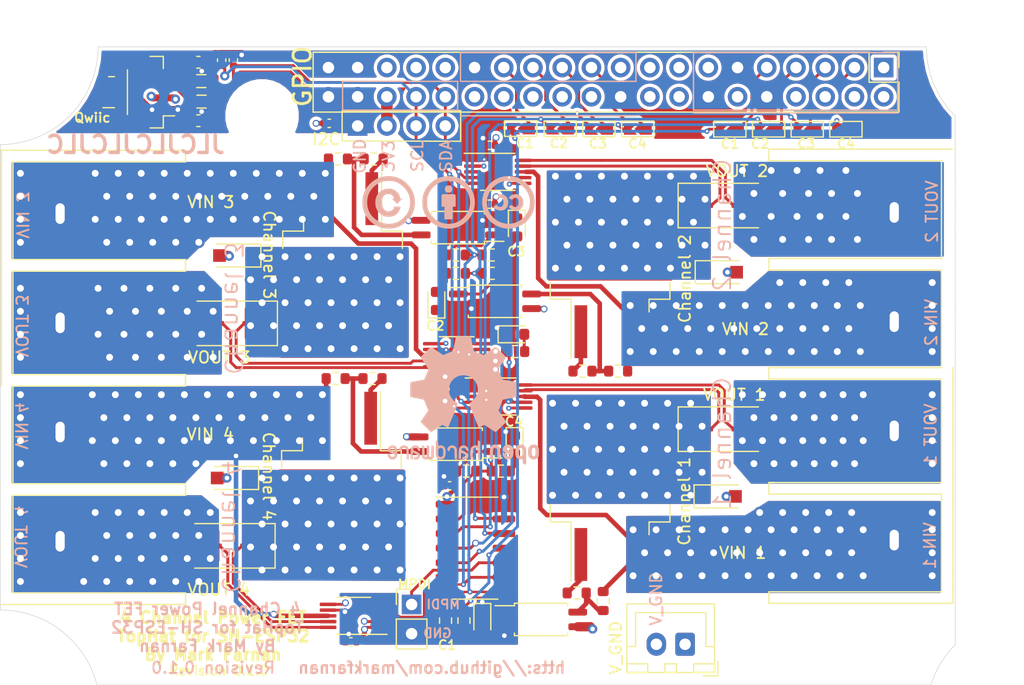
<source format=kicad_pcb>
(kicad_pcb (version 20171130) (host pcbnew "(5.1.8-0-10_14)")
  (title_block (title "Sailor Hat for ESP32") (rev 0.1.0) (company "Hat Laboratories") (comment 1 https://creativecommons.org/licenses/by-sa/4.0) (comment 2 "To view a copy of this license, visit ") (comment 3 "Sailor Hat for ESP32 is licensed under CC BY-SA 4.0."))
  (layers (0 F.Cu signal) (1 In1.Cu power hide) (2 In2.Cu power hide) (31 B.Cu signal) (34 B.Paste user hide) (35 F.Paste user hide) (36 B.SilkS user) (37 F.SilkS user) (38 B.Mask user hide) (39 F.Mask user hide) (44 Edge.Cuts user))
  (net 0 "")
  (net 1 GND)
  (net 2 +3V3)
  (net 3 "Net-(D301-Pad2)")
  (net 4 "Net-(D303-Pad2)")
  (net 5 GND1)
  (net 6 /FET/VOUT1)
  (net 7 VOUT_02)
  (net 8 VIN_01)
  (net 9 VIN_02)
  (net 10 FETOUT_01)
  (net 11 FETOUT_02)
  (net 12 VOUT_01)
  (net 13 /FET/VOUT2)
  (net 14 SCL)
  (net 15 SDA)
  (net 16 "Net-(Q301-Pad1)")
  (net 17 "Net-(D302-Pad2)")
  (net 18 "Net-(Q302-Pad1)")
  (net 19 "Net-(Q303-Pad1)")
  (net 20 FETOUT_03)
  (net 21 "Net-(R304-Pad1)")
  (net 22 "Net-(R305-Pad1)")
  (net 23 "Net-(R306-Pad1)")
  (net 24 "Net-(R307-Pad2)")
  (net 25 "Net-(R308-Pad2)")
  (net 26 "Net-(R309-Pad2)")
  (net 27 VOUT_03)
  (net 28 /FET/VOUT3)
  (net 29 VIN_03)
  (net 30 "Net-(D307-Pad2)")
  (net 31 "Net-(Q304-Pad1)")
  (net 32 FETOUT_04)
  (net 33 "Net-(R317-Pad1)")
  (net 34 "Net-(R318-Pad2)")
  (net 35 VOUT_04)
  (net 36 /FET/VOUT4)
  (net 37 VIN_04)
  (net 38 "Net-(J105-Pad1)")
  (net 39 /IO27)
  (net 40 /IO26)
  (net 41 /IO18)
  (net 42 /IO21)
  (net 43 /IO15)
  (net 44 /IO13)
  (net 45 /IO14)
  (net 46 /IO12)
  (net 47 ALERT1)
  (net 48 ALERT4)
  (net 49 /SDA_CONN)
  (net 50 /SCL_CONN)
  (net 51 "Net-(D101-Pad2)")
  (net 52 "Net-(R101-Pad1)")
  (module yacht_hardware:Connector_9.5mm_ScrewTerminal_4 (layer F.Cu) (at 163.8 95.4 90)
    (fp_text reference J101 hide)
    (fp_text value DBT50G-9.5-4P)
    (pad 4 thru_hole oval (at 24 2.9 90) (size 6 4) (drill oval 1.8 0.8) (layers *.Cu *.Mask) (net 7 VOUT_02))
    (pad 3 thru_hole oval (at 14.5 2.9 90) (size 6 4) (drill oval 1.8 0.8) (layers *.Cu *.Mask) (net 9 VIN_02))
    (pad 2 thru_hole oval (at 5 2.9 90) (size 6 4) (drill oval 1.8 0.8) (layers *.Cu *.Mask) (net 12 VOUT_01))
    (pad 1 thru_hole oval (at -4.5 2.9 90) (size 6 4) (drill oval 1.8 0.8) (layers *.Cu *.Mask) (net 8 VIN_01))
  )
  (module Resistor_SMD:R_0603_1608Metric (layer F.Cu) (at 133.75 83.5)
    (fp_text reference R101 hide)
    (fp_text value 2k)
    (pad 2 smd roundrect (at 0.825 0) (size 0.8 0.95) (layers F.Cu F.Paste F.Mask) (net 51 "Net-(D101-Pad2)"))
    (pad 1 smd roundrect (at -0.825 0) (size 0.8 0.95) (layers F.Cu F.Paste F.Mask) (net 52 "Net-(R101-Pad1)"))
  )
  (module LED_SMD:LED_0603_1608Metric (layer F.Cu) (at 133.75 82)
    (fp_text reference D101 hide)
    (fp_text value "RED LED")
    (pad 2 smd roundrect (at 0.7875 0) (size 0.875 0.95) (layers F.Cu F.Paste F.Mask) (net 51 "Net-(D101-Pad2)"))
    (pad 1 smd roundrect (at -0.7875 0) (size 0.875 0.95) (layers F.Cu F.Paste F.Mask) (net 1 GND))
  )
  (module Connector_JST:JST_XH_B2B-XH-A_1x02_P2.50mm_Vertical (layer F.Cu) (at 148.52 108.96 180)
    (fp_text reference J301 hide)
    (fp_text value VIN_GND1)
    (pad 2 thru_hole oval (at 2.5 0 180) (size 1.7 2) (drill 1) (layers *.Cu *.Mask) (net 5 GND1))
    (pad 1 thru_hole roundrect (at 0 0 180) (size 1.7 2) (drill 1) (layers *.Cu *.Mask) (roundrect_rratio 0.1470588235294118))
  )
  (module Package_DFN_QFN:Diodes_UDFN-10_1.0x2.5mm_P0.5mm (layer F.Cu) (at 98.42 60.94)
    (fp_text reference U701 hide)
    (fp_text value RCLAMP0524P-N)
    (pad 2 smd rect (at -0.3875 -0.5 270) (size 0.25 0.625) (layers F.Cu F.Paste F.Mask) (net 49 /SDA_CONN))
    (pad 3 smd rect (at -0.35 0 270) (size 0.45 0.7) (layers F.Cu F.Paste F.Mask) (net 1 GND))
    (pad 1 smd rect (at -0.3875 -1 270) (size 0.25 0.625) (layers F.Cu F.Paste F.Mask) (net 50 /SCL_CONN))
    (pad 4 smd rect (at -0.3875 0.5 270) (size 0.25 0.625) (layers F.Cu F.Paste F.Mask))
    (pad 10 smd rect (at 0.3875 -1 270) (size 0.25 0.625) (layers F.Cu F.Paste F.Mask) (net 50 /SCL_CONN))
    (pad 9 smd rect (at 0.3875 -0.5 270) (size 0.25 0.625) (layers F.Cu F.Paste F.Mask) (net 49 /SDA_CONN))
    (pad 5 smd rect (at -0.3875 1 270) (size 0.25 0.625) (layers F.Cu F.Paste F.Mask))
    (pad 8 smd rect (at 0.4125 0 270) (size 0.45 0.575) (layers F.Cu F.Paste F.Mask) (net 1 GND))
    (pad 6 smd rect (at 0.3875 1 270) (size 0.25 0.625) (layers F.Cu F.Paste F.Mask))
    (pad 7 smd rect (at 0.3875 0.5 270) (size 0.25 0.625) (layers F.Cu F.Paste F.Mask))
  )
  (module Inductor_SMD:L_0805_2012Metric (layer F.Cu) (at 106.47 59.98)
    (fp_text reference FB103 hide)
    (fp_text value GZ2012D101TF)
    (pad 2 smd roundrect (at 1.0625 0) (size 0.875 1.2) (layers F.Cu F.Paste F.Mask) (net 14 SCL))
    (pad 1 smd roundrect (at -1.0625 0) (size 0.875 1.2) (layers F.Cu F.Paste F.Mask) (net 50 /SCL_CONN))
  )
  (module Inductor_SMD:L_0805_2012Metric (layer F.Cu) (at 106.49 61.76)
    (fp_text reference FB102 hide)
    (fp_text value GZ2012D101TF)
    (pad 2 smd roundrect (at 1.0625 0) (size 0.875 1.2) (layers F.Cu F.Paste F.Mask) (net 15 SDA))
    (pad 1 smd roundrect (at -1.0625 0) (size 0.875 1.2) (layers F.Cu F.Paste F.Mask) (net 49 /SDA_CONN))
  )
  (module Capacitor_SMD:C_0402_1005Metric (layer F.Cu) (at 108.24 58.16 90)
    (fp_text reference C106 hide)
    (fp_text value 33pF)
    (pad 2 smd roundrect (at 0.48 0 90) (size 0.56 0.62) (layers F.Cu F.Paste F.Mask) (net 1 GND))
    (pad 1 smd roundrect (at -0.48 0 90) (size 0.56 0.62) (layers F.Cu F.Paste F.Mask) (net 14 SCL))
  )
  (module Capacitor_SMD:C_0402_1005Metric (layer F.Cu) (at 109.26 58.15 90)
    (fp_text reference C105 hide)
    (fp_text value 33pF)
    (pad 2 smd roundrect (at 0.48 0 90) (size 0.56 0.62) (layers F.Cu F.Paste F.Mask) (net 1 GND))
    (pad 1 smd roundrect (at -0.48 0 90) (size 0.56 0.62) (layers F.Cu F.Paste F.Mask) (net 15 SDA))
  )
  (module Capacitor_SMD:C_0603_1608Metric (layer F.Cu) (at 106.22 58.34)
    (fp_text reference C103 hide)
    (fp_text value 33pF/50V)
    (pad 2 smd roundrect (at 0.775 0) (size 0.9 0.95) (layers F.Cu F.Paste F.Mask) (net 1 GND))
    (pad 1 smd roundrect (at -0.775 0) (size 0.9 0.95) (layers F.Cu F.Paste F.Mask) (net 50 /SCL_CONN))
  )
  (module Capacitor_SMD:C_0603_1608Metric (layer F.Cu) (at 106.22 63.42)
    (fp_text reference C102 hide)
    (fp_text value 33pF/50V)
    (pad 2 smd roundrect (at 0.775 0) (size 0.9 0.95) (layers F.Cu F.Paste F.Mask) (net 1 GND))
    (pad 1 smd roundrect (at -0.775 0) (size 0.9 0.95) (layers F.Cu F.Paste F.Mask) (net 49 /SDA_CONN))
  )
  (module yacht_hardware:SolderJumper-2_P1.3mm_Open_TrianglePad_Narrow (layer F.Cu) (at 144.4 64.14 180)
    (fp_text reference JP108 hide)
    (fp_text value "Solder Jumper")
    (pad 2 smd custom (at 0.7 0 180) (size 0.3 0.3) (layers F.Cu F.Mask) (net 32 FETOUT_04) (options (clearance outline) (anchor rect)) (primitives (gr_poly (pts (xy -0.65 -0.5) (xy 0.5 -0.5) (xy 0.5 0.5) (xy -0.65 0.5) (xy -0.15 0)) (width 0))))
    (pad 1 smd custom (at -0.725 0 180) (size 0.3 0.3) (layers F.Cu F.Mask) (net 46 /IO12) (options (clearance outline) (anchor rect)) (primitives (gr_poly (pts (xy -0.5 -0.5) (xy 0.5 -0.5) (xy 1 0) (xy 0.5 0.5) (xy -0.5 0.5)) (width 0))))
  )
  (module yacht_hardware:SolderJumper-2_P1.3mm_Open_TrianglePad_Narrow (layer F.Cu) (at 141.03 64.14 180)
    (fp_text reference JP107 hide)
    (fp_text value "Solder Jumper")
    (pad 2 smd custom (at 0.7 0 180) (size 0.3 0.3) (layers F.Cu F.Mask) (net 20 FETOUT_03) (options (clearance outline) (anchor rect)) (primitives (gr_poly (pts (xy -0.65 -0.5) (xy 0.5 -0.5) (xy 0.5 0.5) (xy -0.65 0.5) (xy -0.15 0)) (width 0))))
    (pad 1 smd custom (at -0.725 0 180) (size 0.3 0.3) (layers F.Cu F.Mask) (net 45 /IO14) (options (clearance outline) (anchor rect)) (primitives (gr_poly (pts (xy -0.5 -0.5) (xy 0.5 -0.5) (xy 1 0) (xy 0.5 0.5) (xy -0.5 0.5)) (width 0))))
  )
  (module yacht_hardware:SolderJumper-2_P1.3mm_Open_TrianglePad_Narrow (layer F.Cu) (at 137.665 64.12 180)
    (fp_text reference JP106 hide)
    (fp_text value "Solder Jumper")
    (pad 2 smd custom (at 0.7 0 180) (size 0.3 0.3) (layers F.Cu F.Mask) (net 11 FETOUT_02) (options (clearance outline) (anchor rect)) (primitives (gr_poly (pts (xy -0.65 -0.5) (xy 0.5 -0.5) (xy 0.5 0.5) (xy -0.65 0.5) (xy -0.15 0)) (width 0))))
    (pad 1 smd custom (at -0.725 0 180) (size 0.3 0.3) (layers F.Cu F.Mask) (net 44 /IO13) (options (clearance outline) (anchor rect)) (primitives (gr_poly (pts (xy -0.5 -0.5) (xy 0.5 -0.5) (xy 1 0) (xy 0.5 0.5) (xy -0.5 0.5)) (width 0))))
  )
  (module yacht_hardware:SolderJumper-2_P1.3mm_Open_TrianglePad_Narrow (layer F.Cu) (at 134.24 64.11 180)
    (fp_text reference JP105 hide)
    (fp_text value "Solder Jumper")
    (pad 2 smd custom (at 0.7 0 180) (size 0.3 0.3) (layers F.Cu F.Mask) (net 10 FETOUT_01) (options (clearance outline) (anchor rect)) (primitives (gr_poly (pts (xy -0.65 -0.5) (xy 0.5 -0.5) (xy 0.5 0.5) (xy -0.65 0.5) (xy -0.15 0)) (width 0))))
    (pad 1 smd custom (at -0.725 0 180) (size 0.3 0.3) (layers F.Cu F.Mask) (net 43 /IO15) (options (clearance outline) (anchor rect)) (primitives (gr_poly (pts (xy -0.5 -0.5) (xy 0.5 -0.5) (xy 1 0) (xy 0.5 0.5) (xy -0.5 0.5)) (width 0))))
  )
  (module yacht_hardware:PinHeader_1x04_P2.54mm_Vertical-ShrunkCY (layer F.Cu) (at 120.06 63.88 90)
    (fp_text reference J106 hide)
    (fp_text value Conn_01x04)
    (pad 4 thru_hole oval (at 0 7.62 90) (size 1.7 1.7) (drill 1) (layers *.Cu *.Mask) (net 15 SDA))
    (pad 3 thru_hole oval (at 0 5.08 90) (size 1.7 1.7) (drill 1) (layers *.Cu *.Mask) (net 14 SCL))
    (pad 2 thru_hole oval (at 0 2.54 90) (size 1.7 1.7) (drill 1) (layers *.Cu *.Mask) (net 2 +3V3))
    (pad 1 thru_hole rect (at 0 0 90) (size 1.7 1.7) (drill 1) (layers *.Cu *.Mask) (net 1 GND))
  )
  (module Connector_JST:JST_SH_BM04B-SRSS-TB_1x04-1MP_P1.00mm_Vertical (layer F.Cu) (at 102.06 60.94 90)
    (fp_text reference J104 hide)
    (fp_text value Qwiic)
    (pad MP smd roundrect (at 2.8 -1.2 90) (size 1.2 1.8) (layers F.Cu F.Paste F.Mask) (roundrect_rratio 0.2083325))
    (pad MP smd roundrect (at -2.8 -1.2 90) (size 1.2 1.8) (layers F.Cu F.Paste F.Mask) (roundrect_rratio 0.2083325))
    (pad 4 smd roundrect (at 1.5 1.325 90) (size 0.6 1.55) (layers F.Cu F.Paste F.Mask) (net 50 /SCL_CONN))
    (pad 3 smd roundrect (at 0.5 1.325 90) (size 0.6 1.55) (layers F.Cu F.Paste F.Mask) (net 49 /SDA_CONN))
    (pad 2 smd roundrect (at -0.5 1.325 90) (size 0.6 1.55) (layers F.Cu F.Paste F.Mask) (net 2 +3V3))
    (pad 1 smd roundrect (at -1.5 1.325 90) (size 0.6 1.55) (layers F.Cu F.Paste F.Mask) (net 1 GND))
  )
  (module yacht_hardware:SolderJumper-2_P1.3mm_Open_TrianglePad_Narrow (layer F.Cu) (at 162.5 64.16 180)
    (fp_text reference JP104 hide)
    (fp_text value "Solder Jumper")
    (pad 2 smd custom (at 0.7 0 180) (size 0.3 0.3) (layers F.Cu F.Mask) (net 32 FETOUT_04) (options (clearance outline) (anchor rect)) (primitives (gr_poly (pts (xy -0.65 -0.5) (xy 0.5 -0.5) (xy 0.5 0.5) (xy -0.65 0.5) (xy -0.15 0)) (width 0))))
    (pad 1 smd custom (at -0.725 0 180) (size 0.3 0.3) (layers F.Cu F.Mask) (net 42 /IO21) (options (clearance outline) (anchor rect)) (primitives (gr_poly (pts (xy -0.5 -0.5) (xy 0.5 -0.5) (xy 1 0) (xy 0.5 0.5) (xy -0.5 0.5)) (width 0))))
  )
  (module yacht_hardware:SolderJumper-2_P1.3mm_Open_TrianglePad_Narrow (layer F.Cu) (at 152.41 64.16 180)
    (fp_text reference JP101 hide)
    (fp_text value "Solder Jumper")
    (pad 2 smd custom (at 0.7 0 180) (size 0.3 0.3) (layers F.Cu F.Mask) (net 10 FETOUT_01) (options (clearance outline) (anchor rect)) (primitives (gr_poly (pts (xy -0.65 -0.5) (xy 0.5 -0.5) (xy 0.5 0.5) (xy -0.65 0.5) (xy -0.15 0)) (width 0))))
    (pad 1 smd custom (at -0.725 0 180) (size 0.3 0.3) (layers F.Cu F.Mask) (net 39 /IO27) (options (clearance outline) (anchor rect)) (primitives (gr_poly (pts (xy -0.5 -0.5) (xy 0.5 -0.5) (xy 1 0) (xy 0.5 0.5) (xy -0.5 0.5)) (width 0))))
  )
  (module yacht_hardware:SolderJumper-2_P1.3mm_Open_TrianglePad_Narrow (layer F.Cu) (at 159.135 64.16 180)
    (fp_text reference JP103 hide)
    (fp_text value "Solder Jumper")
    (pad 2 smd custom (at 0.7 0 180) (size 0.3 0.3) (layers F.Cu F.Mask) (net 20 FETOUT_03) (options (clearance outline) (anchor rect)) (primitives (gr_poly (pts (xy -0.65 -0.5) (xy 0.5 -0.5) (xy 0.5 0.5) (xy -0.65 0.5) (xy -0.15 0)) (width 0))))
    (pad 1 smd custom (at -0.725 0 180) (size 0.3 0.3) (layers F.Cu F.Mask) (net 41 /IO18) (options (clearance outline) (anchor rect)) (primitives (gr_poly (pts (xy -0.5 -0.5) (xy 0.5 -0.5) (xy 1 0) (xy 0.5 0.5) (xy -0.5 0.5)) (width 0))))
  )
  (module yacht_hardware:SolderJumper-2_P1.3mm_Open_TrianglePad_Narrow (layer F.Cu) (at 155.78 64.16 180)
    (fp_text reference JP102 hide)
    (fp_text value "Solder Jumper")
    (pad 2 smd custom (at 0.7 0 180) (size 0.3 0.3) (layers F.Cu F.Mask) (net 11 FETOUT_02) (options (clearance outline) (anchor rect)) (primitives (gr_poly (pts (xy -0.65 -0.5) (xy 0.5 -0.5) (xy 0.5 0.5) (xy -0.65 0.5) (xy -0.15 0)) (width 0))))
    (pad 1 smd custom (at -0.725 0 180) (size 0.3 0.3) (layers F.Cu F.Mask) (net 40 /IO26) (options (clearance outline) (anchor rect)) (primitives (gr_poly (pts (xy -0.5 -0.5) (xy 0.5 -0.5) (xy 1 0) (xy 0.5 0.5) (xy -0.5 0.5)) (width 0))))
  )
  (module Package_SO:SOP-4_4.4x2.6mm_P1.27mm (layer F.Cu) (at 136 106.8)
    (fp_text reference U303 hide)
    (fp_text value "EL3H7(C)(TA)-G")
    (pad 4 smd roundrect (at 3.1875 -0.635) (size 1.625 0.6) (layers F.Cu F.Paste F.Mask) (net 26 "Net-(R309-Pad2)"))
    (pad 3 smd roundrect (at 3.1875 0.635) (size 1.625 0.6) (layers F.Cu F.Paste F.Mask) (net 5 GND1))
    (pad 2 smd roundrect (at -3.1875 0.635) (size 1.625 0.6) (layers F.Cu F.Paste F.Mask) (net 1 GND))
    (pad 1 smd roundrect (at -3.1875 -0.635) (size 1.625 0.6) (layers F.Cu F.Paste F.Mask) (net 23 "Net-(R306-Pad1)"))
  )
  (module Resistor_SMD:R_0603_1608Metric (layer F.Cu) (at 127.7 106.9 90)
    (fp_text reference R306 hide)
    (fp_text value 220R)
    (pad 2 smd roundrect (at 0.825 0 90) (size 0.8 0.95) (layers F.Cu F.Paste F.Mask) (net 10 FETOUT_01))
    (pad 1 smd roundrect (at -0.825 0 90) (size 0.8 0.95) (layers F.Cu F.Paste F.Mask) (net 23 "Net-(R306-Pad1)"))
  )
  (module Resistor_SMD:R_0603_1608Metric (layer F.Cu) (at 129.3 106.9 270)
    (fp_text reference R303 hide)
    (fp_text value 2k)
    (pad 2 smd roundrect (at 0.825 0 270) (size 0.8 0.95) (layers F.Cu F.Paste F.Mask) (net 4 "Net-(D303-Pad2)"))
    (pad 1 smd roundrect (at -0.825 0 270) (size 0.8 0.95) (layers F.Cu F.Paste F.Mask) (net 10 FETOUT_01))
  )
  (module LED_SMD:LED_0603_1608Metric (layer F.Cu) (at 130.9 106.9 270)
    (fp_text reference D303 hide)
    (fp_text value "BLUE LED")
    (pad 2 smd roundrect (at 0.7875 0 270) (size 0.875 0.95) (layers F.Cu F.Paste F.Mask) (net 4 "Net-(D303-Pad2)"))
    (pad 1 smd roundrect (at -0.7875 0 270) (size 0.875 0.95) (layers F.Cu F.Paste F.Mask) (net 1 GND))
  )
  (module Package_SO:SOIC-14_3.9x8.7mm_P1.27mm (layer F.Cu) (at 130.3 100.6)
    (fp_text reference U101 hide)
    (fp_text value ATtiny1614-SSNR)
    (pad 14 smd roundrect (at 2.475 -3.81) (size 1.95 0.6) (layers F.Cu F.Paste F.Mask) (net 1 GND))
    (pad 13 smd roundrect (at 2.475 -2.54) (size 1.95 0.6) (layers F.Cu F.Paste F.Mask) (net 20 FETOUT_03))
    (pad 12 smd roundrect (at 2.475 -1.27) (size 1.95 0.6) (layers F.Cu F.Paste F.Mask) (net 11 FETOUT_02))
    (pad 11 smd roundrect (at 2.475 0) (size 1.95 0.6) (layers F.Cu F.Paste F.Mask) (net 10 FETOUT_01))
    (pad 10 smd roundrect (at 2.475 1.27) (size 1.95 0.6) (layers F.Cu F.Paste F.Mask) (net 38 "Net-(J105-Pad1)"))
    (pad 9 smd roundrect (at 2.475 2.54) (size 1.95 0.6) (layers F.Cu F.Paste F.Mask) (net 14 SCL))
    (pad 8 smd roundrect (at 2.475 3.81) (size 1.95 0.6) (layers F.Cu F.Paste F.Mask) (net 15 SDA))
    (pad 7 smd roundrect (at -2.475 3.81) (size 1.95 0.6) (layers F.Cu F.Paste F.Mask))
    (pad 6 smd roundrect (at -2.475 2.54) (size 1.95 0.6) (layers F.Cu F.Paste F.Mask))
    (pad 5 smd roundrect (at -2.475 1.27) (size 1.95 0.6) (layers F.Cu F.Paste F.Mask) (net 52 "Net-(R101-Pad1)"))
    (pad 4 smd roundrect (at -2.475 0) (size 1.95 0.6) (layers F.Cu F.Paste F.Mask) (net 48 ALERT4))
    (pad 3 smd roundrect (at -2.475 -1.27) (size 1.95 0.6) (layers F.Cu F.Paste F.Mask) (net 47 ALERT1))
    (pad 2 smd roundrect (at -2.475 -2.54) (size 1.95 0.6) (layers F.Cu F.Paste F.Mask) (net 32 FETOUT_04))
    (pad 1 smd roundrect (at -2.475 -3.81) (size 1.95 0.6) (layers F.Cu F.Paste F.Mask) (net 2 +3V3))
  )
  (module Package_SO:VSSOP-10_3x3mm_P0.5mm (layer F.Cu) (at 119.69 106.49 180)
    (fp_text reference U308 hide)
    (fp_text value INA226AIDGSR)
    (pad 10 smd roundrect (at 2.2 -1 180) (size 1.45 0.3) (layers F.Cu F.Paste F.Mask) (net 35 VOUT_04))
    (pad 9 smd roundrect (at 2.2 -0.5 180) (size 1.45 0.3) (layers F.Cu F.Paste F.Mask) (net 36 /FET/VOUT4))
    (pad 8 smd roundrect (at 2.2 0 180) (size 1.45 0.3) (layers F.Cu F.Paste F.Mask) (net 37 VIN_04))
    (pad 7 smd roundrect (at 2.2 0.5 180) (size 1.45 0.3) (layers F.Cu F.Paste F.Mask) (net 1 GND))
    (pad 6 smd roundrect (at 2.2 1 180) (size 1.45 0.3) (layers F.Cu F.Paste F.Mask) (net 2 +3V3))
    (pad 5 smd roundrect (at -2.2 1 180) (size 1.45 0.3) (layers F.Cu F.Paste F.Mask) (net 14 SCL))
    (pad 4 smd roundrect (at -2.2 0.5 180) (size 1.45 0.3) (layers F.Cu F.Paste F.Mask) (net 15 SDA))
    (pad 3 smd roundrect (at -2.2 0 180) (size 1.45 0.3) (layers F.Cu F.Paste F.Mask))
    (pad 2 smd roundrect (at -2.2 -0.5 180) (size 1.45 0.3) (layers F.Cu F.Paste F.Mask) (net 2 +3V3))
    (pad 1 smd roundrect (at -2.2 -1 180) (size 1.45 0.3) (layers F.Cu F.Paste F.Mask) (net 2 +3V3))
  )
  (module Package_SO:VSSOP-10_3x3mm_P0.5mm (layer F.Cu) (at 132.24 67.87)
    (fp_text reference U305 hide)
    (fp_text value INA226AIDGSR)
    (pad 10 smd roundrect (at 2.2 -1) (size 1.45 0.3) (layers F.Cu F.Paste F.Mask) (net 7 VOUT_02))
    (pad 9 smd roundrect (at 2.2 -0.5) (size 1.45 0.3) (layers F.Cu F.Paste F.Mask) (net 13 /FET/VOUT2))
    (pad 8 smd roundrect (at 2.2 0) (size 1.45 0.3) (layers F.Cu F.Paste F.Mask) (net 9 VIN_02))
    (pad 7 smd roundrect (at 2.2 0.5) (size 1.45 0.3) (layers F.Cu F.Paste F.Mask) (net 1 GND))
    (pad 6 smd roundrect (at 2.2 1) (size 1.45 0.3) (layers F.Cu F.Paste F.Mask) (net 2 +3V3))
    (pad 5 smd roundrect (at -2.2 1) (size 1.45 0.3) (layers F.Cu F.Paste F.Mask) (net 14 SCL))
    (pad 4 smd roundrect (at -2.2 0.5) (size 1.45 0.3) (layers F.Cu F.Paste F.Mask) (net 15 SDA))
    (pad 3 smd roundrect (at -2.2 0) (size 1.45 0.3) (layers F.Cu F.Paste F.Mask))
    (pad 2 smd roundrect (at -2.2 -0.5) (size 1.45 0.3) (layers F.Cu F.Paste F.Mask) (net 2 +3V3))
    (pad 1 smd roundrect (at -2.2 -1) (size 1.45 0.3) (layers F.Cu F.Paste F.Mask) (net 1 GND))
  )
  (module yacht_hardware:Connector_9.5mm_ScrewTerminal_4 (layer F.Cu) (at 97.1 76 270)
    (fp_text reference J102 hide)
    (fp_text value DBT50G-9.5-2P)
    (pad 4 thru_hole oval (at 24 2.9 270) (size 6 4) (drill oval 1.8 0.8) (layers *.Cu *.Mask) (net 35 VOUT_04))
    (pad 3 thru_hole oval (at 14.5 2.9 270) (size 6 4) (drill oval 1.8 0.8) (layers *.Cu *.Mask) (net 37 VIN_04))
    (pad 2 thru_hole oval (at 5 2.9 270) (size 6 4) (drill oval 1.8 0.8) (layers *.Cu *.Mask) (net 27 VOUT_03))
    (pad 1 thru_hole oval (at -4.5 2.9 270) (size 6 4) (drill oval 1.8 0.8) (layers *.Cu *.Mask) (net 29 VIN_03))
  )
  (module Package_SO:SOP-4_4.4x2.6mm_P1.27mm (layer F.Cu) (at 128.59 91.56 180)
    (fp_text reference U307 hide)
    (fp_text value "EL3H7(C)(TA)-G")
    (pad 4 smd roundrect (at 3.1875 -0.635 180) (size 1.625 0.6) (layers F.Cu F.Paste F.Mask) (net 34 "Net-(R318-Pad2)"))
    (pad 3 smd roundrect (at 3.1875 0.635 180) (size 1.625 0.6) (layers F.Cu F.Paste F.Mask) (net 5 GND1))
    (pad 2 smd roundrect (at -3.1875 0.635 180) (size 1.625 0.6) (layers F.Cu F.Paste F.Mask) (net 1 GND))
    (pad 1 smd roundrect (at -3.1875 -0.635 180) (size 1.625 0.6) (layers F.Cu F.Paste F.Mask) (net 33 "Net-(R317-Pad1)"))
  )
  (module yacht_hardware:D_2512_Shunt (layer F.Cu) (at 109.05 100.4 180)
    (fp_text reference R320 hide)
    (fp_text value 0.002ohm/3W)
    (pad 3 smd roundrect (at 1 0 180) (size 0.4 0.4) (layers F.Cu F.Paste F.Mask) (roundrect_rratio 0.185) (net 35 VOUT_04))
    (pad 2 smd roundrect (at -1 0 180) (size 0.4 0.4) (layers F.Cu F.Paste F.Mask) (roundrect_rratio 0.185) (net 36 /FET/VOUT4))
    (pad 4 smd roundrect (at 2.25 0 180) (size 2.5 3.35) (layers F.Cu F.Paste F.Mask) (roundrect_rratio 0.185) (net 35 VOUT_04))
    (pad 1 smd roundrect (at -2.25 0 180) (size 2.5 3.35) (layers F.Cu F.Paste F.Mask) (roundrect_rratio 0.185) (net 36 /FET/VOUT4))
  )
  (module Resistor_SMD:R_0603_1608Metric (layer F.Cu) (at 121.35 85.85 180)
    (fp_text reference R319 hide)
    (fp_text value 1k)
    (pad 2 smd roundrect (at 0.825 0 180) (size 0.8 0.95) (layers F.Cu F.Paste F.Mask) (net 34 "Net-(R318-Pad2)"))
    (pad 1 smd roundrect (at -0.825 0 180) (size 0.8 0.95) (layers F.Cu F.Paste F.Mask) (net 31 "Net-(Q304-Pad1)"))
  )
  (module Resistor_SMD:R_0603_1608Metric (layer F.Cu) (at 118.15 85.85)
    (fp_text reference R318 hide)
    (fp_text value 10k)
    (pad 2 smd roundrect (at 0.825 0) (size 0.8 0.95) (layers F.Cu F.Paste F.Mask) (net 34 "Net-(R318-Pad2)"))
    (pad 1 smd roundrect (at -0.825 0) (size 0.8 0.95) (layers F.Cu F.Paste F.Mask) (net 37 VIN_04))
  )
  (module Resistor_SMD:R_0603_1608Metric (layer F.Cu) (at 129.5 93.9)
    (fp_text reference R317 hide)
    (fp_text value 220R)
    (pad 2 smd roundrect (at 0.825 0) (size 0.8 0.95) (layers F.Cu F.Paste F.Mask) (net 32 FETOUT_04))
    (pad 1 smd roundrect (at -0.825 0) (size 0.8 0.95) (layers F.Cu F.Paste F.Mask) (net 33 "Net-(R317-Pad1)"))
  )
  (module Resistor_SMD:R_0603_1608Metric (layer F.Cu) (at 132.5 93.9)
    (fp_text reference R316 hide)
    (fp_text value 2k)
    (pad 2 smd roundrect (at 0.825 0) (size 0.8 0.95) (layers F.Cu F.Paste F.Mask) (net 30 "Net-(D307-Pad2)"))
    (pad 1 smd roundrect (at -0.825 0) (size 0.8 0.95) (layers F.Cu F.Paste F.Mask) (net 32 FETOUT_04))
  )
  (module Package_TO_SOT_SMD:TO-263-2 (layer F.Cu) (at 118.65 95.075 270)
    (fp_text reference Q304 hide)
    (fp_text value IRF5210STRLPBF)
    (pad 2 smd rect (at 3.375 0 270) (size 9.4 10.8) (layers F.Cu F.Mask) (net 36 /FET/VOUT4))
    (pad 3 smd rect (at -5.775 2.54 270) (size 4.6 1.1) (layers F.Cu F.Paste F.Mask) (net 37 VIN_04))
    (pad 1 smd rect (at -5.775 -2.54 270) (size 4.6 1.1) (layers F.Cu F.Paste F.Mask) (net 31 "Net-(Q304-Pad1)"))
  )
  (module Diode_SMD:D_SOD-123F (layer F.Cu) (at 109.25 94.5 180)
    (fp_text reference D308 hide)
    (fp_text value SM4007PL)
    (pad 2 smd rect (at 1.4 0 180) (size 1.1 1.1) (layers F.Cu F.Paste F.Mask) (net 5 GND1))
    (pad 1 smd rect (at -1.4 0 180) (size 1.1 1.1) (layers F.Cu F.Paste F.Mask) (net 36 /FET/VOUT4))
  )
  (module LED_SMD:LED_0603_1608Metric (layer F.Cu) (at 133.7 91.6 270)
    (fp_text reference D307 hide)
    (fp_text value "BLUE LED")
    (pad 2 smd roundrect (at 0.7875 0 270) (size 0.875 0.95) (layers F.Cu F.Paste F.Mask) (net 30 "Net-(D307-Pad2)"))
    (pad 1 smd roundrect (at -0.7875 0 270) (size 0.875 0.95) (layers F.Cu F.Paste F.Mask) (net 1 GND))
  )
  (module Package_SO:VSSOP-10_3x3mm_P0.5mm (layer F.Cu) (at 128.67 83.82 180)
    (fp_text reference U304 hide)
    (fp_text value INA226AIDGSR)
    (pad 10 smd roundrect (at 2.2 -1 180) (size 1.45 0.3) (layers F.Cu F.Paste F.Mask) (net 27 VOUT_03))
    (pad 9 smd roundrect (at 2.2 -0.5 180) (size 1.45 0.3) (layers F.Cu F.Paste F.Mask) (net 28 /FET/VOUT3))
    (pad 8 smd roundrect (at 2.2 0 180) (size 1.45 0.3) (layers F.Cu F.Paste F.Mask) (net 29 VIN_03))
    (pad 7 smd roundrect (at 2.2 0.5 180) (size 1.45 0.3) (layers F.Cu F.Paste F.Mask) (net 1 GND))
    (pad 6 smd roundrect (at 2.2 1 180) (size 1.45 0.3) (layers F.Cu F.Paste F.Mask) (net 2 +3V3))
    (pad 5 smd roundrect (at -2.2 1 180) (size 1.45 0.3) (layers F.Cu F.Paste F.Mask) (net 14 SCL))
    (pad 4 smd roundrect (at -2.2 0.5 180) (size 1.45 0.3) (layers F.Cu F.Paste F.Mask) (net 15 SDA))
    (pad 3 smd roundrect (at -2.2 0 180) (size 1.45 0.3) (layers F.Cu F.Paste F.Mask) (net 48 ALERT4))
    (pad 2 smd roundrect (at -2.2 -0.5 180) (size 1.45 0.3) (layers F.Cu F.Paste F.Mask) (net 1 GND))
    (pad 1 smd roundrect (at -2.2 -1 180) (size 1.45 0.3) (layers F.Cu F.Paste F.Mask) (net 2 +3V3))
  )
  (module Package_SO:SOP-4_4.4x2.6mm_P1.27mm (layer F.Cu) (at 128.77 72.72 180)
    (fp_text reference U301 hide)
    (fp_text value "EL3H7(C)(TA)-G")
    (pad 4 smd roundrect (at 3.1875 -0.635 180) (size 1.625 0.6) (layers F.Cu F.Paste F.Mask) (net 24 "Net-(R307-Pad2)"))
    (pad 3 smd roundrect (at 3.1875 0.635 180) (size 1.625 0.6) (layers F.Cu F.Paste F.Mask) (net 5 GND1))
    (pad 2 smd roundrect (at -3.1875 0.635 180) (size 1.625 0.6) (layers F.Cu F.Paste F.Mask) (net 1 GND))
    (pad 1 smd roundrect (at -3.1875 -0.635 180) (size 1.625 0.6) (layers F.Cu F.Paste F.Mask) (net 21 "Net-(R304-Pad1)"))
  )
  (module yacht_hardware:D_2512_Shunt (layer F.Cu) (at 109.25 81.05 180)
    (fp_text reference R313 hide)
    (fp_text value 0.002ohm/3W)
    (pad 3 smd roundrect (at 1 0 180) (size 0.4 0.4) (layers F.Cu F.Paste F.Mask) (roundrect_rratio 0.185) (net 27 VOUT_03))
    (pad 2 smd roundrect (at -1 0 180) (size 0.4 0.4) (layers F.Cu F.Paste F.Mask) (roundrect_rratio 0.185) (net 28 /FET/VOUT3))
    (pad 4 smd roundrect (at 2.25 0 180) (size 2.5 3.35) (layers F.Cu F.Paste F.Mask) (roundrect_rratio 0.185) (net 27 VOUT_03))
    (pad 1 smd roundrect (at -2.25 0 180) (size 2.5 3.35) (layers F.Cu F.Paste F.Mask) (roundrect_rratio 0.185) (net 28 /FET/VOUT3))
  )
  (module Resistor_SMD:R_0603_1608Metric (layer F.Cu) (at 121.45 66.75 180)
    (fp_text reference R310 hide)
    (fp_text value 1k)
    (pad 2 smd roundrect (at 0.825 0 180) (size 0.8 0.95) (layers F.Cu F.Paste F.Mask) (net 24 "Net-(R307-Pad2)"))
    (pad 1 smd roundrect (at -0.825 0 180) (size 0.8 0.95) (layers F.Cu F.Paste F.Mask) (net 16 "Net-(Q301-Pad1)"))
  )
  (module Resistor_SMD:R_0603_1608Metric (layer F.Cu) (at 118.35 66.75)
    (fp_text reference R307 hide)
    (fp_text value 10k)
    (pad 2 smd roundrect (at 0.825 0) (size 0.8 0.95) (layers F.Cu F.Paste F.Mask) (net 24 "Net-(R307-Pad2)"))
    (pad 1 smd roundrect (at -0.825 0) (size 0.8 0.95) (layers F.Cu F.Paste F.Mask) (net 29 VIN_03))
  )
  (module Resistor_SMD:R_0603_1608Metric (layer F.Cu) (at 128.6 75.1)
    (fp_text reference R304 hide)
    (fp_text value 220R)
    (pad 2 smd roundrect (at 0.825 0) (size 0.8 0.95) (layers F.Cu F.Paste F.Mask) (net 20 FETOUT_03))
    (pad 1 smd roundrect (at -0.825 0) (size 0.8 0.95) (layers F.Cu F.Paste F.Mask) (net 21 "Net-(R304-Pad1)"))
  )
  (module Resistor_SMD:R_0603_1608Metric (layer F.Cu) (at 131.7 75.1)
    (fp_text reference R301 hide)
    (fp_text value 2k)
    (pad 2 smd roundrect (at 0.825 0) (size 0.8 0.95) (layers F.Cu F.Paste F.Mask) (net 3 "Net-(D301-Pad2)"))
    (pad 1 smd roundrect (at -0.825 0) (size 0.8 0.95) (layers F.Cu F.Paste F.Mask) (net 20 FETOUT_03))
  )
  (module Package_TO_SOT_SMD:TO-263-2 (layer F.Cu) (at 118.75 75.975 270)
    (fp_text reference Q301 hide)
    (fp_text value IRF5210STRLPBF)
    (pad 2 smd rect (at 3.375 0 270) (size 9.4 10.8) (layers F.Cu F.Mask) (net 28 /FET/VOUT3))
    (pad 3 smd rect (at -5.775 2.54 270) (size 4.6 1.1) (layers F.Cu F.Paste F.Mask) (net 29 VIN_03))
    (pad 1 smd rect (at -5.775 -2.54 270) (size 4.6 1.1) (layers F.Cu F.Paste F.Mask) (net 16 "Net-(Q301-Pad1)"))
  )
  (module Diode_SMD:D_SOD-123F (layer F.Cu) (at 109.45 75.15 180)
    (fp_text reference D304 hide)
    (fp_text value SM4007PL)
    (pad 2 smd rect (at 1.4 0 180) (size 1.1 1.1) (layers F.Cu F.Paste F.Mask) (net 5 GND1))
    (pad 1 smd rect (at -1.4 0 180) (size 1.1 1.1) (layers F.Cu F.Paste F.Mask) (net 28 /FET/VOUT3))
  )
  (module LED_SMD:LED_0603_1608Metric (layer F.Cu) (at 133.9 72.7 270)
    (fp_text reference D301 hide)
    (fp_text value "BLUE LED")
    (pad 2 smd roundrect (at 0.7875 0 270) (size 0.875 0.95) (layers F.Cu F.Paste F.Mask) (net 3 "Net-(D301-Pad2)"))
    (pad 1 smd roundrect (at -0.7875 0 270) (size 0.875 0.95) (layers F.Cu F.Paste F.Mask) (net 1 GND))
  )
  (module yacht_hardware:D_2512_Shunt (layer F.Cu) (at 151.75 90.25)
    (fp_text reference R315 hide)
    (fp_text value 0.002ohm/3W)
    (pad 3 smd roundrect (at 1 0) (size 0.4 0.4) (layers F.Cu F.Paste F.Mask) (roundrect_rratio 0.185) (net 12 VOUT_01))
    (pad 2 smd roundrect (at -1 0) (size 0.4 0.4) (layers F.Cu F.Paste F.Mask) (roundrect_rratio 0.185) (net 6 /FET/VOUT1))
    (pad 4 smd roundrect (at 2.25 0) (size 2.5 3.35) (layers F.Cu F.Paste F.Mask) (roundrect_rratio 0.185) (net 12 VOUT_01))
    (pad 1 smd roundrect (at -2.25 0) (size 2.5 3.35) (layers F.Cu F.Paste F.Mask) (roundrect_rratio 0.185) (net 6 /FET/VOUT1))
  )
  (module yacht_hardware:D_2512_Shunt (layer F.Cu) (at 151.75 70.8)
    (fp_text reference R314 hide)
    (fp_text value 0.002ohm/3W)
    (pad 3 smd roundrect (at 1 0) (size 0.4 0.4) (layers F.Cu F.Paste F.Mask) (roundrect_rratio 0.185) (net 7 VOUT_02))
    (pad 2 smd roundrect (at -1 0) (size 0.4 0.4) (layers F.Cu F.Paste F.Mask) (roundrect_rratio 0.185) (net 13 /FET/VOUT2))
    (pad 4 smd roundrect (at 2.25 0) (size 2.5 3.35) (layers F.Cu F.Paste F.Mask) (roundrect_rratio 0.185) (net 7 VOUT_02))
    (pad 1 smd roundrect (at -2.25 0) (size 2.5 3.35) (layers F.Cu F.Paste F.Mask) (roundrect_rratio 0.185) (net 13 /FET/VOUT2))
  )
  (module Package_SO:VSSOP-10_3x3mm_P0.5mm (layer F.Cu) (at 132.33 87.41)
    (fp_text reference U306 hide)
    (fp_text value INA226AIDGSR)
    (pad 10 smd roundrect (at 2.2 -1) (size 1.45 0.3) (layers F.Cu F.Paste F.Mask) (net 12 VOUT_01))
    (pad 9 smd roundrect (at 2.2 -0.5) (size 1.45 0.3) (layers F.Cu F.Paste F.Mask) (net 6 /FET/VOUT1))
    (pad 8 smd roundrect (at 2.2 0) (size 1.45 0.3) (layers F.Cu F.Paste F.Mask) (net 8 VIN_01))
    (pad 7 smd roundrect (at 2.2 0.5) (size 1.45 0.3) (layers F.Cu F.Paste F.Mask) (net 1 GND))
    (pad 6 smd roundrect (at 2.2 1) (size 1.45 0.3) (layers F.Cu F.Paste F.Mask) (net 2 +3V3))
    (pad 5 smd roundrect (at -2.2 1) (size 1.45 0.3) (layers F.Cu F.Paste F.Mask) (net 14 SCL))
    (pad 4 smd roundrect (at -2.2 0.5) (size 1.45 0.3) (layers F.Cu F.Paste F.Mask) (net 15 SDA))
    (pad 3 smd roundrect (at -2.2 0) (size 1.45 0.3) (layers F.Cu F.Paste F.Mask) (net 47 ALERT1))
    (pad 2 smd roundrect (at -2.2 -0.5) (size 1.45 0.3) (layers F.Cu F.Paste F.Mask) (net 1 GND))
    (pad 1 smd roundrect (at -2.2 -1) (size 1.45 0.3) (layers F.Cu F.Paste F.Mask) (net 1 GND))
  )
  (module Package_SO:SOP-4_4.4x2.6mm_P1.27mm (layer F.Cu) (at 131.99 79.13)
    (fp_text reference U302 hide)
    (fp_text value "EL3H7(C)(TA)-G")
    (pad 4 smd roundrect (at 3.1875 -0.635) (size 1.625 0.6) (layers F.Cu F.Paste F.Mask) (net 25 "Net-(R308-Pad2)"))
    (pad 3 smd roundrect (at 3.1875 0.635) (size 1.625 0.6) (layers F.Cu F.Paste F.Mask) (net 5 GND1))
    (pad 2 smd roundrect (at -3.1875 0.635) (size 1.625 0.6) (layers F.Cu F.Paste F.Mask) (net 1 GND))
    (pad 1 smd roundrect (at -3.1875 -0.635) (size 1.625 0.6) (layers F.Cu F.Paste F.Mask) (net 22 "Net-(R305-Pad1)"))
  )
  (module Resistor_SMD:R_0603_1608Metric (layer F.Cu) (at 139.6 85.2)
    (fp_text reference R311 hide)
    (fp_text value 1k)
    (pad 2 smd roundrect (at 0.825 0) (size 0.8 0.95) (layers F.Cu F.Paste F.Mask) (net 25 "Net-(R308-Pad2)"))
    (pad 1 smd roundrect (at -0.825 0) (size 0.8 0.95) (layers F.Cu F.Paste F.Mask) (net 18 "Net-(Q302-Pad1)"))
  )
  (module Resistor_SMD:R_0603_1608Metric (layer F.Cu) (at 139.1 104.5)
    (fp_text reference R312 hide)
    (fp_text value 1k)
    (pad 2 smd roundrect (at 0.825 0) (size 0.8 0.95) (layers F.Cu F.Paste F.Mask) (net 26 "Net-(R309-Pad2)"))
    (pad 1 smd roundrect (at -0.825 0) (size 0.8 0.95) (layers F.Cu F.Paste F.Mask) (net 19 "Net-(Q303-Pad1)"))
  )
  (module Resistor_SMD:R_0603_1608Metric (layer F.Cu) (at 142.7 85.2 180)
    (fp_text reference R308 hide)
    (fp_text value 10k)
    (pad 2 smd roundrect (at 0.825 0 180) (size 0.8 0.95) (layers F.Cu F.Paste F.Mask) (net 25 "Net-(R308-Pad2)"))
    (pad 1 smd roundrect (at -0.825 0 180) (size 0.8 0.95) (layers F.Cu F.Paste F.Mask) (net 9 VIN_02))
  )
  (module Resistor_SMD:R_0603_1608Metric (layer F.Cu) (at 141.4 105.2 270)
    (fp_text reference R309 hide)
    (fp_text value 10k)
    (pad 2 smd roundrect (at 0.825 0 270) (size 0.8 0.95) (layers F.Cu F.Paste F.Mask) (net 26 "Net-(R309-Pad2)"))
    (pad 1 smd roundrect (at -0.825 0 270) (size 0.8 0.95) (layers F.Cu F.Paste F.Mask) (net 8 VIN_01))
  )
  (module Resistor_SMD:R_0603_1608Metric (layer F.Cu) (at 131.7 76.7 180)
    (fp_text reference R305 hide)
    (fp_text value 220R)
    (pad 2 smd roundrect (at 0.825 0 180) (size 0.8 0.95) (layers F.Cu F.Paste F.Mask) (net 11 FETOUT_02))
    (pad 1 smd roundrect (at -0.825 0 180) (size 0.8 0.95) (layers F.Cu F.Paste F.Mask) (net 22 "Net-(R305-Pad1)"))
  )
  (module Resistor_SMD:R_0603_1608Metric (layer F.Cu) (at 128.6 76.7 180)
    (fp_text reference R302 hide)
    (fp_text value 2k)
    (pad 2 smd roundrect (at 0.825 0 180) (size 0.8 0.95) (layers F.Cu F.Paste F.Mask) (net 17 "Net-(D302-Pad2)"))
    (pad 1 smd roundrect (at -0.825 0 180) (size 0.8 0.95) (layers F.Cu F.Paste F.Mask) (net 11 FETOUT_02))
  )
  (module Package_TO_SOT_SMD:TO-263-2 (layer F.Cu) (at 142 76 90)
    (fp_text reference Q302 hide)
    (fp_text value IRF5210STRLPBF)
    (pad 2 smd rect (at 3.375 0 90) (size 9.4 10.8) (layers F.Cu F.Mask) (net 13 /FET/VOUT2))
    (pad 3 smd rect (at -5.775 2.54 90) (size 4.6 1.1) (layers F.Cu F.Paste F.Mask) (net 9 VIN_02))
    (pad 1 smd rect (at -5.775 -2.54 90) (size 4.6 1.1) (layers F.Cu F.Paste F.Mask) (net 18 "Net-(Q302-Pad1)"))
  )
  (module Package_TO_SOT_SMD:TO-263-2 (layer F.Cu) (at 142 95.375 90)
    (fp_text reference Q303 hide)
    (fp_text value IRF5210STRLPBF)
    (pad 2 smd rect (at 3.375 0 90) (size 9.4 10.8) (layers F.Cu F.Mask) (net 6 /FET/VOUT1))
    (pad 3 smd rect (at -5.775 2.54 90) (size 4.6 1.1) (layers F.Cu F.Paste F.Mask) (net 8 VIN_01))
    (pad 1 smd rect (at -5.775 -2.54 90) (size 4.6 1.1) (layers F.Cu F.Paste F.Mask) (net 19 "Net-(Q303-Pad1)"))
  )
  (module Diode_SMD:D_SOD-123F (layer F.Cu) (at 151.6 76.6)
    (fp_text reference D305 hide)
    (fp_text value SM4007PL)
    (pad 2 smd rect (at 1.4 0) (size 1.1 1.1) (layers F.Cu F.Paste F.Mask) (net 5 GND1))
    (pad 1 smd rect (at -1.4 0) (size 1.1 1.1) (layers F.Cu F.Paste F.Mask) (net 13 /FET/VOUT2))
  )
  (module Diode_SMD:D_SOD-123F (layer F.Cu) (at 151.5 96.1)
    (fp_text reference D306 hide)
    (fp_text value SM4007PL)
    (pad 2 smd rect (at 1.4 0) (size 1.1 1.1) (layers F.Cu F.Paste F.Mask) (net 5 GND1))
    (pad 1 smd rect (at -1.4 0) (size 1.1 1.1) (layers F.Cu F.Paste F.Mask) (net 6 /FET/VOUT1))
  )
  (module LED_SMD:LED_0603_1608Metric (layer F.Cu) (at 126.9 79.1 90)
    (fp_text reference D302 hide)
    (fp_text value "BLUE LED")
    (pad 2 smd roundrect (at 0.7875 0 90) (size 0.875 0.95) (layers F.Cu F.Paste F.Mask) (net 17 "Net-(D302-Pad2)"))
    (pad 1 smd roundrect (at -0.7875 0 90) (size 0.875 0.95) (layers F.Cu F.Paste F.Mask) (net 1 GND))
  )
  (module Capacitor_SMD:C_0402_1005Metric (layer F.Cu) (at 117.59 63.65 180)
    (fp_text reference C206 hide)
    (fp_text value 100nF)
    (pad 2 smd roundrect (at 0.48 0 180) (size 0.56 0.62) (layers F.Cu F.Paste F.Mask) (net 2 +3V3))
    (pad 1 smd roundrect (at -0.48 0 180) (size 0.56 0.62) (layers F.Cu F.Paste F.Mask) (net 1 GND))
  )
  (module Capacitor_SMD:C_0402_1005Metric (layer F.Cu) (at 119.47 108.75)
    (fp_text reference C205 hide)
    (fp_text value 100nF)
    (pad 2 smd roundrect (at 0.48 0) (size 0.56 0.62) (layers F.Cu F.Paste F.Mask) (net 2 +3V3))
    (pad 1 smd roundrect (at -0.48 0) (size 0.56 0.62) (layers F.Cu F.Paste F.Mask) (net 1 GND))
  )
  (module Capacitor_SMD:C_0402_1005Metric (layer F.Cu) (at 127.64 86.77 90)
    (fp_text reference C204 hide)
    (fp_text value 100nF)
    (pad 2 smd roundrect (at 0.48 0 90) (size 0.56 0.62) (layers F.Cu F.Paste F.Mask) (net 2 +3V3))
    (pad 1 smd roundrect (at -0.48 0 90) (size 0.56 0.62) (layers F.Cu F.Paste F.Mask) (net 1 GND))
  )
  (module Capacitor_SMD:C_0402_1005Metric (layer F.Cu) (at 131.51 65.56)
    (fp_text reference C203 hide)
    (fp_text value 100nF)
    (pad 2 smd roundrect (at 0.48 0) (size 0.56 0.62) (layers F.Cu F.Paste F.Mask) (net 2 +3V3))
    (pad 1 smd roundrect (at -0.48 0) (size 0.56 0.62) (layers F.Cu F.Paste F.Mask) (net 1 GND))
  )
  (module Capacitor_SMD:C_0402_1005Metric (layer F.Cu) (at 131.5 70.68)
    (fp_text reference C202 hide)
    (fp_text value 100nF)
    (pad 2 smd roundrect (at 0.48 0) (size 0.56 0.62) (layers F.Cu F.Paste F.Mask) (net 2 +3V3))
    (pad 1 smd roundrect (at -0.48 0) (size 0.56 0.62) (layers F.Cu F.Paste F.Mask) (net 1 GND))
  )
  (module Capacitor_SMD:C_0402_1005Metric (layer F.Cu) (at 128.05 95.18)
    (fp_text reference C201 hide)
    (fp_text value 100nF)
    (pad 2 smd roundrect (at 0.48 0) (size 0.56 0.62) (layers F.Cu F.Paste F.Mask) (net 2 +3V3))
    (pad 1 smd roundrect (at -0.48 0) (size 0.56 0.62) (layers F.Cu F.Paste F.Mask) (net 1 GND))
  )
  (module SH-ESP32:MountingHole_3.2mm_M3_Unplated (layer F.Cu) (at 156.25 109)
    (fp_text reference H202 hide)
    (fp_text value MountingHole hide)
    (pad "" np_thru_hole circle (at 0 0) (size 3.2 3.2) (drill 3.2) (layers *.Cu *.Mask) (clearance 1.6))
  )
  (module SH-ESP32:MountingHole_3.2mm_M3_Unplated (layer F.Cu) (at 111.75 63)
    (fp_text reference H201 hide)
    (fp_text value MountingHole hide)
    (pad "" np_thru_hole circle (at 0 0) (size 3.2 3.2) (drill 3.2) (layers *.Cu *.Mask) (clearance 1.6))
  )
  (module Connector_PinHeader_2.54mm:PinHeader_1x02_P2.54mm_Vertical (layer F.Cu) (at 124.75 105.5)
    (fp_text reference J105 hide)
    (fp_text value MPDI hide)
    (pad 2 thru_hole oval (at 0 2.54) (size 1.7 1.7) (drill 1) (layers *.Cu *.Mask) (net 1 GND))
    (pad 1 thru_hole rect (at 0 0) (size 1.7 1.7) (drill 1) (layers *.Cu *.Mask) (net 38 "Net-(J105-Pad1)"))
  )
  (module Connector_PinHeader_2.54mm:PinHeader_2x20_P2.54mm_Vertical (layer F.Cu) (at 165.78 58.8 270)
    (fp_text reference J103 hide)
    (fp_text value GPIO hide)
    (pad 40 thru_hole oval (at 2.54 48.26 270) (size 1.7 1.7) (drill 1) (layers *.Cu *.Mask) (net 1 GND))
    (pad 39 thru_hole oval (at 0 48.26 270) (size 1.7 1.7) (drill 1) (layers *.Cu *.Mask) (net 1 GND))
    (pad 38 thru_hole oval (at 2.54 45.72 270) (size 1.7 1.7) (drill 1) (layers *.Cu *.Mask) (net 1 GND))
    (pad 37 thru_hole oval (at 0 45.72 270) (size 1.7 1.7) (drill 1) (layers *.Cu *.Mask) (net 1 GND))
    (pad 36 thru_hole oval (at 2.54 43.18 270) (size 1.7 1.7) (drill 1) (layers *.Cu *.Mask) (net 2 +3V3))
    (pad 35 thru_hole oval (at 0 43.18 270) (size 1.7 1.7) (drill 1) (layers *.Cu *.Mask) (net 2 +3V3))
    (pad 34 thru_hole oval (at 2.54 40.64 270) (size 1.7 1.7) (drill 1) (layers *.Cu *.Mask) (net 14 SCL))
    (pad 33 thru_hole oval (at 0 40.64 270) (size 1.7 1.7) (drill 1) (layers *.Cu *.Mask))
    (pad 32 thru_hole oval (at 2.54 38.1 270) (size 1.7 1.7) (drill 1) (layers *.Cu *.Mask) (net 15 SDA))
    (pad 31 thru_hole oval (at 0 38.1 270) (size 1.7 1.7) (drill 1) (layers *.Cu *.Mask))
    (pad 30 thru_hole oval (at 2.54 35.56 270) (size 1.7 1.7) (drill 1) (layers *.Cu *.Mask))
    (pad 29 thru_hole oval (at 0 35.56 270) (size 1.7 1.7) (drill 1) (layers *.Cu *.Mask) (net 1 GND))
    (pad 28 thru_hole oval (at 2.54 33.02 270) (size 1.7 1.7) (drill 1) (layers *.Cu *.Mask))
    (pad 27 thru_hole oval (at 0 33.02 270) (size 1.7 1.7) (drill 1) (layers *.Cu *.Mask) (net 43 /IO15))
    (pad 26 thru_hole oval (at 2.54 30.48 270) (size 1.7 1.7) (drill 1) (layers *.Cu *.Mask))
    (pad 25 thru_hole oval (at 0 30.48 270) (size 1.7 1.7) (drill 1) (layers *.Cu *.Mask) (net 44 /IO13))
    (pad 24 thru_hole oval (at 2.54 27.94 270) (size 1.7 1.7) (drill 1) (layers *.Cu *.Mask))
    (pad 23 thru_hole oval (at 0 27.94 270) (size 1.7 1.7) (drill 1) (layers *.Cu *.Mask) (net 45 /IO14))
    (pad 22 thru_hole oval (at 2.54 25.4 270) (size 1.7 1.7) (drill 1) (layers *.Cu *.Mask))
    (pad 21 thru_hole oval (at 0 25.4 270) (size 1.7 1.7) (drill 1) (layers *.Cu *.Mask) (net 46 /IO12))
    (pad 20 thru_hole oval (at 2.54 22.86 270) (size 1.7 1.7) (drill 1) (layers *.Cu *.Mask) (net 1 GND))
    (pad 19 thru_hole oval (at 0 22.86 270) (size 1.7 1.7) (drill 1) (layers *.Cu *.Mask) (net 2 +3V3))
    (pad 18 thru_hole oval (at 2.54 20.32 270) (size 1.7 1.7) (drill 1) (layers *.Cu *.Mask))
    (pad 17 thru_hole oval (at 0 20.32 270) (size 1.7 1.7) (drill 1) (layers *.Cu *.Mask))
    (pad 16 thru_hole oval (at 2.54 17.78 270) (size 1.7 1.7) (drill 1) (layers *.Cu *.Mask))
    (pad 15 thru_hole oval (at 0 17.78 270) (size 1.7 1.7) (drill 1) (layers *.Cu *.Mask))
    (pad 14 thru_hole oval (at 2.54 15.24 270) (size 1.7 1.7) (drill 1) (layers *.Cu *.Mask) (net 1 GND))
    (pad 13 thru_hole oval (at 0 15.24 270) (size 1.7 1.7) (drill 1) (layers *.Cu *.Mask) (net 2 +3V3))
    (pad 12 thru_hole oval (at 2.54 12.7 270) (size 1.7 1.7) (drill 1) (layers *.Cu *.Mask))
    (pad 11 thru_hole oval (at 0 12.7 270) (size 1.7 1.7) (drill 1) (layers *.Cu *.Mask) (net 1 GND))
    (pad 10 thru_hole oval (at 2.54 10.16 270) (size 1.7 1.7) (drill 1) (layers *.Cu *.Mask) (net 1 GND))
    (pad 9 thru_hole oval (at 0 10.16 270) (size 1.7 1.7) (drill 1) (layers *.Cu *.Mask) (net 39 /IO27))
    (pad 8 thru_hole oval (at 2.54 7.62 270) (size 1.7 1.7) (drill 1) (layers *.Cu *.Mask))
    (pad 7 thru_hole oval (at 0 7.62 270) (size 1.7 1.7) (drill 1) (layers *.Cu *.Mask) (net 40 /IO26))
    (pad 6 thru_hole oval (at 2.54 5.08 270) (size 1.7 1.7) (drill 1) (layers *.Cu *.Mask))
    (pad 5 thru_hole oval (at 0 5.08 270) (size 1.7 1.7) (drill 1) (layers *.Cu *.Mask) (net 41 /IO18))
    (pad 4 thru_hole oval (at 2.54 2.54 270) (size 1.7 1.7) (drill 1) (layers *.Cu *.Mask))
    (pad 3 thru_hole oval (at 0 2.54 270) (size 1.7 1.7) (drill 1) (layers *.Cu *.Mask) (net 42 /IO21))
    (pad 2 thru_hole oval (at 2.54 0 270) (size 1.7 1.7) (drill 1) (layers *.Cu *.Mask))
    (pad 1 thru_hole rect (at 0 0 270) (size 1.7 1.7) (drill 1) (layers *.Cu *.Mask))
  )
  (module SH-ESP32:cc-by-sa_silkscreen (layer B.Cu) (at 128 70.5 180)
    (fp_text reference LOGO_CC hide)
    (fp_text value LOGO hide)
  )
  (module Symbol:OSHW-Logo2_14.6x12mm_SilkScreen (layer B.Cu) (at 129.25 87.75 180)
    (fp_text reference OSHW hide)
    (fp_text value OSHW-Logo2_14.6x12mm_SilkScreen hide)
  )
  (gr_line (start 171.989592 63.010408) (end 172 109) (layer Edge.Cuts) (width 0.05))
  (gr_arc (start 178 57) (end 169.5 57) (angle -45) (layer Edge.Cuts) (width 0.05))
  (gr_text htts://github.com/markfarnan (at 126.5 111) (layer B.SilkS) (effects (font (size 1 1) (thickness 0.2)) (justify mirror)))
  (gr_text GND (at 127 108) (layer B.SilkS) (effects (font (size 0.8 0.8) (thickness 0.16)) (justify mirror)))
  (gr_text MPDI (at 127.5 105.5) (layer B.SilkS) (effects (font (size 0.8 0.8) (thickness 0.16)) (justify mirror)))
  (gr_text MPDI (at 125 103.75) (layer F.SilkS) (effects (font (size 0.8 0.8) (thickness 0.16))))
  (gr_text SDA (at 127.75 66.5 90) (layer B.SilkS) (effects (font (size 1 1) (thickness 0.16))))
  (gr_text SCL (at 125.25 66.5 90) (layer B.SilkS) (effects (font (size 1 1) (thickness 0.16))))
  (gr_text 3V3 (at 122.75 66.5 90) (layer B.SilkS) (effects (font (size 1 1) (thickness 0.16))))
  (gr_text "GND\n" (at 120.25 66.5 90) (layer B.SilkS) (effects (font (size 1 1) (thickness 0.16))))
  (gr_text "V_GND\n" (at 146 105 90) (layer B.SilkS) (effects (font (size 1 1) (thickness 0.16))))
  (gr_text "V_GND\n" (at 142.5 109.25 90) (layer F.SilkS) (effects (font (size 1 1) (thickness 0.16))))
  (gr_text "Revision 0.1.0" (at 108 111.25) (layer F.SilkS) (effects (font (size 0.8 0.8) (thickness 0.16))))
  (gr_text "4 Channel Power FET\nTopHat for SH-ESP32\nBy Mark Farnan\n" (at 107.5 108.25) (layer F.SilkS) (effects (font (size 1 1) (thickness 0.25))))
  (gr_text "Channel 1" (at 151.75 91.5 90) (layer B.SilkS) (effects (font (size 1.5 1.5) (thickness 0.16)) (justify mirror)))
  (gr_text "Channel 2" (at 151.75 72.5 90) (layer B.SilkS) (effects (font (size 1.5 1.5) (thickness 0.16)) (justify mirror)))
  (gr_text "Channel 4" (at 109 98.75 270) (layer B.SilkS) (effects (font (size 1.5 1.5) (thickness 0.16)) (justify mirror)))
  (gr_text "Channel 3" (at 109.25 79.75 270) (layer B.SilkS) (effects (font (size 1.5 1.5) (thickness 0.16)) (justify mirror)))
  (gr_text "VIN 1" (at 169.8 100.39 90) (layer B.SilkS) (effects (font (size 1 1) (thickness 0.16)) (justify mirror)))
  (gr_text "VOUT 1" (at 169.86 90.74 90) (layer B.SilkS) (effects (font (size 1 1) (thickness 0.16)) (justify mirror)))
  (gr_text "VIN 2" (at 169.91 80.98 90) (layer B.SilkS) (effects (font (size 1 1) (thickness 0.16)) (justify mirror)))
  (gr_text "VOUT 2" (at 169.97 71.33 90) (layer B.SilkS) (effects (font (size 1 1) (thickness 0.16)) (justify mirror)))
  (gr_text "VIN 4" (at 90.81 89.96 270) (layer B.SilkS) (effects (font (size 1 1) (thickness 0.16)) (justify mirror)))
  (gr_text "VOUT 4" (at 90.75 99.61 270) (layer B.SilkS) (effects (font (size 1 1) (thickness 0.16)) (justify mirror)))
  (gr_text "VOUT 3" (at 90.85 81.26 270) (layer B.SilkS) (effects (font (size 1 1) (thickness 0.16)) (justify mirror)))
  (gr_text "VIN 3" (at 90.91 71.61 270) (layer B.SilkS) (effects (font (size 1 1) (thickness 0.16)) (justify mirror)))
  (gr_text I2C (at 117.31 65.03) (layer F.SilkS) (effects (font (size 1 1) (thickness 0.16))))
  (gr_text Qwiic (at 97 63.16) (layer F.SilkS) (effects (font (size 0.8 0.8) (thickness 0.16))))
  (gr_text "VOUT 2" (at 153.03 67.8) (layer F.SilkS) (effects (font (size 1 1) (thickness 0.16))))
  (gr_text "VIN 2" (at 153.77 81.55) (layer F.SilkS) (effects (font (size 1 1) (thickness 0.16))))
  (gr_text "VIN 1" (at 153.53 101.01) (layer F.SilkS) (effects (font (size 1 1) (thickness 0.16))))
  (gr_text "VOUT 1" (at 152.79 87.26) (layer F.SilkS) (effects (font (size 1 1) (thickness 0.16))))
  (gr_text "VOUT 4" (at 107.99 104.21) (layer F.SilkS) (effects (font (size 1 1) (thickness 0.16))))
  (gr_text "VIN 4" (at 107.25 90.7) (layer F.SilkS) (effects (font (size 1 1) (thickness 0.16))))
  (gr_text "VOUT 3" (at 108.04 84.01) (layer F.SilkS) (effects (font (size 1 1) (thickness 0.16))))
  (gr_text "VIN 3" (at 107.3 70.5) (layer F.SilkS) (effects (font (size 1 1) (thickness 0.16))))
  (gr_text "Channel 2" (at 148.5 77.16 90) (layer F.SilkS) (effects (font (size 1 1) (thickness 0.16))))
  (gr_text "Channel 1" (at 148.45 96.52 90) (layer F.SilkS) (effects (font (size 1 1) (thickness 0.16))))
  (gr_text "Channel 4" (at 112.33 94.35 270) (layer F.SilkS) (effects (font (size 1 1) (thickness 0.16))))
  (gr_text "Channel 3" (at 112.38 75.09 270) (layer F.SilkS) (effects (font (size 1 1) (thickness 0.16))))
  (gr_text "C1\n" (at 127.83 109.03) (layer F.SilkS) (effects (font (size 0.8 0.8) (thickness 0.16))))
  (gr_text C4 (at 133.65 89.6) (layer F.SilkS) (effects (font (size 0.8 0.8) (thickness 0.16))))
  (gr_text C3 (at 133.85 74.81) (layer F.SilkS) (effects (font (size 0.8 0.8) (thickness 0.16))))
  (gr_text "C2\n" (at 126.82 81.26) (layer F.SilkS) (effects (font (size 0.8 0.8) (thickness 0.16))))
  (gr_text "C1\n" (at 152.42 65.44) (layer F.SilkS) (effects (font (size 0.8 0.8) (thickness 0.16))))
  (gr_text C4 (at 162.51 65.44) (layer F.SilkS) (effects (font (size 0.8 0.8) (thickness 0.16))))
  (gr_text "C2\n" (at 155.05 65.44) (layer F.SilkS) (effects (font (size 0.8 0.8) (thickness 0.16))))
  (gr_text C3 (at 159.06 65.43) (layer F.SilkS) (effects (font (size 0.8 0.8) (thickness 0.16))))
  (gr_text C4 (at 144.38 65.42) (layer F.SilkS) (effects (font (size 0.8 0.8) (thickness 0.16))))
  (gr_text C3 (at 140.94 65.42) (layer F.SilkS) (effects (font (size 0.8 0.8) (thickness 0.16))))
  (gr_text "C2\n" (at 137.54 65.39) (layer F.SilkS) (effects (font (size 0.8 0.8) (thickness 0.16))))
  (gr_text "C1\n" (at 134.6 65.39) (layer F.SilkS) (effects (font (size 0.8 0.8) (thickness 0.16))))
  (gr_arc (start 89 114.648579) (end 97.4 112.5) (angle -75.65232102) (layer Edge.Cuts) (width 0.05))
  (gr_line (start 97.4 112.5) (end 127 112.5) (layer Edge.Cuts) (width 0.05))
  (gr_line (start 89 103) (end 89 105.978147) (layer Edge.Cuts) (width 0.05))
  (gr_line (start 153 112.5) (end 169.891435 112.499765) (layer Edge.Cuts) (width 0.05))
  (gr_line (start 153 112.5) (end 153 112.5) (layer Edge.Cuts) (width 0.05))
  (gr_line (start 127 112.5) (end 153 112.5) (layer Edge.Cuts) (width 0.05))
  (gr_arc (start 178 115) (end 172 109) (angle -27.86311642) (layer Edge.Cuts) (width 0.05))
  (gr_arc (start 89 57) (end 89 65.5) (angle -90) (layer Edge.Cuts) (width 0.05))
  (gr_line (start 169.5 57) (end 97.5 57) (layer Edge.Cuts) (width 0.05))
  (gr_line (start 89 65.5) (end 89 103) (layer Edge.Cuts) (width 0.05))
  (gr_line (start 167 62.5) (end 149.25 62.5) (layer B.SilkS) (width 0.12))
  (gr_line (start 167 57.5) (end 167 62.5) (layer B.SilkS) (width 0.12))
  (gr_line (start 149.25 57.5) (end 167 57.5) (layer B.SilkS) (width 0.12))
  (gr_line (start 149.25 62.5) (end 149.25 57.5) (layer B.SilkS) (width 0.12))
  (gr_line (start 129 57.5) (end 129 60) (layer B.SilkS) (width 0.12))
  (gr_line (start 144.25 57.5) (end 129 57.5) (layer B.SilkS) (width 0.12))
  (gr_line (start 144.25 60) (end 144.25 57.5) (layer B.SilkS) (width 0.12))
  (gr_line (start 129 60) (end 144.25 60) (layer B.SilkS) (width 0.12))
  (gr_line (start 128.75 60) (end 118.75 60) (layer B.SilkS) (width 0.12))
  (gr_line (start 128.75 62.5) (end 128.75 60) (layer B.SilkS) (width 0.12))
  (gr_line (start 118.75 62.5) (end 128.75 62.5) (layer B.SilkS) (width 0.12))
  (gr_line (start 118.75 60) (end 118.75 62.5) (layer B.SilkS) (width 0.12))
  (gr_line (start 167 62.75) (end 149.25 62.75) (layer B.SilkS) (width 0.12))
  (gr_line (start 144.25 63) (end 129 63) (layer B.SilkS) (width 0.12))
  (gr_text "4 Channel Power FET\nTopHat for SH-ESP32\nBy Mark Farnan\n" (at 107 107.5) (layer B.SilkS) (effects (font (size 1 1) (thickness 0.2)) (justify mirror)))
  (gr_text "Revision 0.1.0" (at 107.5 111) (layer B.SilkS) (effects (font (size 1 1) (thickness 0.16)) (justify mirror)))
  (gr_text GPIO (at 115.27 59.58 90) (layer F.SilkS) (effects (font (size 1.5 1.5) (thickness 0.25))))
  (gr_text JLCJLCJLCJLC (at 100.75 65.5) (layer B.SilkS) (effects (font (size 1.5 1.5) (thickness 0.3)) (justify mirror)))
  (segment (start 126.47 83.32) (end 127.71 83.32) (width 0.25) (layer F.Cu) (net 1))
  (segment (start 134.53 87.91) (end 133.222991 87.91) (width 0.25) (layer F.Cu) (net 1))
  (segment (start 127.71 83.32) (end 127.75 83.36) (width 0.25) (layer F.Cu) (net 1))
  (via (at 127.75 83.36) (size 0.45) (drill 0.2) (layers F.Cu B.Cu) (net 1))
  (segment (start 130.13 86.41) (end 130.72 86.41) (width 0.25) (layer F.Cu) (net 1))
  (segment (start 130.72 86.41) (end 131.24 86.93) (width 0.25) (layer F.Cu) (net 1))
  (segment (start 130.13 86.91) (end 131.22 86.91) (width 0.25) (layer F.Cu) (net 1))
  (segment (start 131.22 86.91) (end 131.24 86.93) (width 0.25) (layer F.Cu) (net 1))
  (via (at 131.24 86.93) (size 0.45) (drill 0.2) (layers F.Cu B.Cu) (net 1))
  (segment (start 133.222991 87.91) (end 133.166469 87.853478) (width 0.25) (layer F.Cu) (net 1))
  (via (at 133.166469 87.853478) (size 0.45) (drill 0.2) (layers F.Cu B.Cu) (net 1))
  (segment (start 130.04 66.87) (end 130.983306 66.87) (width 0.25) (layer F.Cu) (net 1))
  (segment (start 130.983306 66.87) (end 131.059551 66.793755) (width 0.25) (layer F.Cu) (net 1))
  (via (at 131.059551 66.793755) (size 0.45) (drill 0.2) (layers F.Cu B.Cu) (net 1))
  (segment (start 134.44 68.37) (end 133.24 68.37) (width 0.25) (layer F.Cu) (net 1))
  (segment (start 133.24 68.37) (end 133.23 68.36) (width 0.25) (layer F.Cu) (net 1))
  (via (at 133.23 68.36) (size 0.45) (drill 0.2) (layers F.Cu B.Cu) (net 1))
  (segment (start 131.9575 72.085) (end 130.915 72.085) (width 0.4) (layer F.Cu) (net 1))
  (segment (start 130.915 72.085) (end 130.91 72.09) (width 0.4) (layer F.Cu) (net 1))
  (via (at 130.91 72.09) (size 0.6) (drill 0.4) (layers F.Cu B.Cu) (net 1))
  (segment (start 128.8025 79.765) (end 129.945 79.765) (width 0.4) (layer F.Cu) (net 1))
  (segment (start 129.945 79.765) (end 129.95 79.77) (width 0.4) (layer F.Cu) (net 1))
  (via (at 129.95 79.77) (size 0.6) (drill 0.4) (layers F.Cu B.Cu) (net 1))
  (via (at 132.81 108.21) (size 0.8) (drill 0.4) (layers F.Cu B.Cu) (net 1))
  (segment (start 132.8125 108.2075) (end 132.81 108.21) (width 0.6) (layer F.Cu) (net 1))
  (segment (start 132.8125 107.435) (end 132.8125 108.2075) (width 0.6) (layer F.Cu) (net 1))
  (via (at 130.89 105.29) (size 0.8) (drill 0.4) (layers F.Cu B.Cu) (net 1))
  (segment (start 130.9 105.3) (end 130.89 105.29) (width 0.6) (layer F.Cu) (net 1))
  (segment (start 130.9 106.1125) (end 130.9 105.3) (width 0.6) (layer F.Cu) (net 1))
  (via (at 132.78 96.15) (size 0.8) (drill 0.4) (layers F.Cu B.Cu) (net 1))
  (segment (start 132.775 96.155) (end 132.78 96.15) (width 0.6) (layer F.Cu) (net 1))
  (segment (start 132.775 96.79) (end 132.775 96.155) (width 0.6) (layer F.Cu) (net 1))
  (via (at 118.95 106.13) (size 0.6) (drill 0.4) (layers F.Cu B.Cu) (net 1))
  (segment (start 118.81 105.99) (end 118.95 106.13) (width 0.25) (layer F.Cu) (net 1))
  (segment (start 117.49 105.99) (end 118.81 105.99) (width 0.25) (layer F.Cu) (net 1))
  (segment (start 133.5875 90.925) (end 133.7 90.8125) (width 0.4) (layer F.Cu) (net 1))
  (segment (start 128.68 79.8875) (end 128.8025 79.765) (width 0.4) (layer F.Cu) (net 1))
  (segment (start 126.9 79.8875) (end 128.68 79.8875) (width 0.4) (layer F.Cu) (net 1))
  (segment (start 133.7275 72.085) (end 133.9 71.9125) (width 0.4) (layer F.Cu) (net 1))
  (segment (start 131.9575 72.085) (end 133.7275 72.085) (width 0.4) (layer F.Cu) (net 1))
  (via (at 132.03 84.32) (size 0.6) (drill 0.4) (layers F.Cu B.Cu) (net 1))
  (segment (start 130.87 84.32) (end 132.03 84.32) (width 0.25) (layer F.Cu) (net 1))
  (via (at 132.92 90.47) (size 0.6) (drill 0.4) (layers F.Cu B.Cu) (net 1))
  (segment (start 132.815 90.575) (end 132.92 90.47) (width 0.4) (layer F.Cu) (net 1))
  (segment (start 132.815 90.925) (end 132.815 90.575) (width 0.4) (layer F.Cu) (net 1))
  (segment (start 131.7775 90.925) (end 132.815 90.925) (width 0.4) (layer F.Cu) (net 1))
  (segment (start 132.815 90.925) (end 133.5875 90.925) (width 0.4) (layer F.Cu) (net 1))
  (segment (start 120.06 61.34) (end 120.06 63.88) (width 1) (layer F.Cu) (net 1))
  (segment (start 119.83 63.65) (end 120.06 63.88) (width 0.4) (layer F.Cu) (net 1))
  (segment (start 118.07 63.65) (end 119.83 63.65) (width 0.4) (layer F.Cu) (net 1))
  (via (at 130.95 64.94) (size 0.6) (drill 0.4) (layers F.Cu B.Cu) (net 1))
  (segment (start 131.03 65.02) (end 130.95 64.94) (width 0.4) (layer F.Cu) (net 1))
  (segment (start 131.03 65.56) (end 131.03 65.02) (width 0.4) (layer F.Cu) (net 1))
  (segment (start 131.02 71.98) (end 130.91 72.09) (width 0.4) (layer F.Cu) (net 1))
  (segment (start 131.02 70.68) (end 131.02 71.98) (width 0.4) (layer F.Cu) (net 1))
  (via (at 127.66 87.8) (size 0.6) (drill 0.4) (layers F.Cu B.Cu) (net 1))
  (segment (start 127.64 87.78) (end 127.66 87.8) (width 0.4) (layer F.Cu) (net 1))
  (segment (start 127.64 87.25) (end 127.64 87.78) (width 0.4) (layer F.Cu) (net 1))
  (via (at 127.56 94.36) (size 0.6) (drill 0.4) (layers F.Cu B.Cu) (net 1))
  (segment (start 127.57 94.37) (end 127.56 94.36) (width 0.4) (layer F.Cu) (net 1))
  (segment (start 127.57 95.18) (end 127.57 94.37) (width 0.4) (layer F.Cu) (net 1))
  (segment (start 118.99 108.37) (end 119.29 108.07) (width 0.4) (layer F.Cu) (net 1))
  (via (at 119.29 108.07) (size 0.6) (drill 0.4) (layers F.Cu B.Cu) (net 1))
  (segment (start 118.99 108.75) (end 118.99 108.37) (width 0.4) (layer F.Cu) (net 1))
  (segment (start 108.25 57.67) (end 108.24 57.68) (width 0.8) (layer F.Cu) (net 1))
  (segment (start 109.26 57.67) (end 108.25 57.67) (width 0.8) (layer F.Cu) (net 1))
  (segment (start 107.655 57.68) (end 106.995 58.34) (width 0.8) (layer F.Cu) (net 1))
  (segment (start 108.24 57.68) (end 107.655 57.68) (width 0.8) (layer F.Cu) (net 1))
  (via (at 109.98 57.7) (size 0.8) (drill 0.4) (layers F.Cu B.Cu) (net 1))
  (segment (start 109.95 57.67) (end 109.98 57.7) (width 0.8) (layer F.Cu) (net 1))
  (segment (start 109.26 57.67) (end 109.95 57.67) (width 0.8) (layer F.Cu) (net 1))
  (segment (start 106.995 58.625) (end 106.51 59.11) (width 0.8) (layer F.Cu) (net 1))
  (via (at 106.51 59.11) (size 0.8) (drill 0.4) (layers F.Cu B.Cu) (net 1))
  (segment (start 106.995 58.34) (end 106.995 58.625) (width 0.8) (layer F.Cu) (net 1))
  (via (at 106.5 62.63) (size 0.8) (drill 0.4) (layers F.Cu B.Cu) (net 1))
  (segment (start 106.995 63.125) (end 106.5 62.63) (width 0.8) (layer F.Cu) (net 1))
  (segment (start 106.995 63.42) (end 106.995 63.125) (width 0.8) (layer F.Cu) (net 1))
  (via (at 102.19 62.46) (size 0.8) (drill 0.4) (layers F.Cu B.Cu) (net 1))
  (segment (start 98.07 60.94) (end 98.8325 60.94) (width 0.4) (layer F.Cu) (net 1))
  (segment (start 100.67 60.94) (end 102.19 62.46) (width 0.4) (layer F.Cu) (net 1))
  (segment (start 98.8325 60.94) (end 100.67 60.94) (width 0.4) (layer F.Cu) (net 1))
  (via (at 104.434512 62.454161) (size 0.8) (drill 0.4) (layers F.Cu B.Cu) (net 1))
  (segment (start 104.420351 62.44) (end 104.434512 62.454161) (width 0.6) (layer F.Cu) (net 1))
  (segment (start 103.385 62.44) (end 104.420351 62.44) (width 0.6) (layer F.Cu) (net 1))
  (segment (start 132.74 82) (end 132.17 81.43) (width 0.4) (layer F.Cu) (net 1))
  (via (at 132.17 81.43) (size 0.6) (drill 0.4) (layers F.Cu B.Cu) (net 1))
  (segment (start 132.9625 82) (end 132.74 82) (width 0.4) (layer F.Cu) (net 1))
  (segment (start 126.47 82.82) (end 127.68848 82.82) (width 0.25) (layer F.Cu) (net 2))
  (segment (start 134.53 88.41) (end 133.21 88.41) (width 0.25) (layer F.Cu) (net 2))
  (segment (start 127.68848 82.82) (end 127.724937 82.783543) (width 0.25) (layer F.Cu) (net 2))
  (via (at 127.724937 82.783543) (size 0.45) (drill 0.2) (layers F.Cu B.Cu) (net 2))
  (segment (start 133.21 88.41) (end 133.19 88.43) (width 0.25) (layer F.Cu) (net 2))
  (via (at 133.19 88.43) (size 0.45) (drill 0.2) (layers F.Cu B.Cu) (net 2))
  (segment (start 130.04 67.37) (end 131.03 67.37) (width 0.25) (layer F.Cu) (net 2))
  (via (at 131.03 67.37) (size 0.45) (drill 0.2) (layers F.Cu B.Cu) (net 2))
  (segment (start 134.44 68.87) (end 133.318349 68.87) (width 0.25) (layer F.Cu) (net 2))
  (segment (start 133.318349 68.87) (end 133.251758 68.936591) (width 0.25) (layer F.Cu) (net 2))
  (via (at 133.251758 68.936591) (size 0.45) (drill 0.2) (layers F.Cu B.Cu) (net 2))
  (via (at 127.82 96.12) (size 0.8) (drill 0.4) (layers F.Cu B.Cu) (net 2))
  (segment (start 127.825 96.125) (end 127.82 96.12) (width 0.6) (layer F.Cu) (net 2))
  (segment (start 127.825 96.79) (end 127.825 96.125) (width 0.6) (layer F.Cu) (net 2))
  (segment (start 118.87 105.49) (end 119 105.36) (width 0.25) (layer F.Cu) (net 2))
  (via (at 119 105.36) (size 0.6) (drill 0.4) (layers F.Cu B.Cu) (net 2))
  (segment (start 117.49 105.49) (end 118.87 105.49) (width 0.25) (layer F.Cu) (net 2))
  (via (at 120.64 106.96) (size 0.6) (drill 0.4) (layers F.Cu B.Cu) (net 2))
  (segment (start 120.67 106.99) (end 120.64 106.96) (width 0.25) (layer F.Cu) (net 2))
  (segment (start 121.89 106.99) (end 120.67 106.99) (width 0.25) (layer F.Cu) (net 2))
  (via (at 120.66 107.66) (size 0.6) (drill 0.4) (layers F.Cu B.Cu) (net 2))
  (segment (start 120.83 107.49) (end 120.66 107.66) (width 0.25) (layer F.Cu) (net 2))
  (segment (start 121.89 107.49) (end 120.83 107.49) (width 0.25) (layer F.Cu) (net 2))
  (via (at 132.03 85.047003) (size 0.6) (drill 0.4) (layers F.Cu B.Cu) (net 2))
  (segment (start 131.097003 85.047003) (end 132.03 85.047003) (width 0.25) (layer F.Cu) (net 2))
  (segment (start 130.87 84.82) (end 131.097003 85.047003) (width 0.25) (layer F.Cu) (net 2))
  (segment (start 122.6 61.34) (end 122.6 63.88) (width 1) (layer F.Cu) (net 2))
  (via (at 116.45 63.65) (size 0.6) (drill 0.4) (layers F.Cu B.Cu) (net 2))
  (segment (start 117.11 63.65) (end 116.45 63.65) (width 0.4) (layer F.Cu) (net 2))
  (segment (start 131.99 64.988552) (end 132.088552 64.89) (width 0.4) (layer F.Cu) (net 2))
  (via (at 132.088552 64.89) (size 0.6) (drill 0.4) (layers F.Cu B.Cu) (net 2))
  (segment (start 131.99 65.56) (end 131.99 64.988552) (width 0.4) (layer F.Cu) (net 2))
  (via (at 132.088552 70.03) (size 0.6) (drill 0.4) (layers F.Cu B.Cu) (net 2))
  (segment (start 131.98 70.138552) (end 132.088552 70.03) (width 0.4) (layer F.Cu) (net 2))
  (segment (start 131.98 70.68) (end 131.98 70.138552) (width 0.4) (layer F.Cu) (net 2))
  (via (at 127.66 85.68) (size 0.6) (drill 0.4) (layers F.Cu B.Cu) (net 2))
  (segment (start 127.64 85.7) (end 127.66 85.68) (width 0.4) (layer F.Cu) (net 2))
  (segment (start 127.64 86.29) (end 127.64 85.7) (width 0.4) (layer F.Cu) (net 2))
  (segment (start 128.53 95.41) (end 127.82 96.12) (width 0.4) (layer F.Cu) (net 2))
  (segment (start 128.53 95.18) (end 128.53 95.41) (width 0.4) (layer F.Cu) (net 2))
  (segment (start 120.66 108.04) (end 119.95 108.75) (width 0.4) (layer F.Cu) (net 2))
  (segment (start 120.66 107.66) (end 120.66 108.04) (width 0.4) (layer F.Cu) (net 2))
  (via (at 102.12 61.3) (size 0.8) (drill 0.4) (layers F.Cu B.Cu) (net 2))
  (segment (start 102.26 61.44) (end 102.12 61.3) (width 0.6) (layer F.Cu) (net 2))
  (segment (start 103.385 61.44) (end 102.26 61.44) (width 0.6) (layer F.Cu) (net 2))
  (via (at 104.23 61.55) (size 0.8) (drill 0.4) (layers F.Cu B.Cu) (net 2))
  (segment (start 104.12 61.44) (end 104.23 61.55) (width 0.6) (layer F.Cu) (net 2))
  (segment (start 103.385 61.44) (end 104.12 61.44) (width 0.6) (layer F.Cu) (net 2))
  (segment (start 133.9 73.725) (end 132.525 75.1) (width 0.25) (layer F.Cu) (net 3))
  (segment (start 133.9 73.4875) (end 133.9 73.725) (width 0.25) (layer F.Cu) (net 3))
  (segment (start 130.8625 107.725) (end 130.9 107.6875) (width 0.25) (layer F.Cu) (net 4))
  (segment (start 129.3 107.725) (end 130.8625 107.725) (width 0.25) (layer F.Cu) (net 4))
  (via (at 152.2 76.6) (size 0.8) (drill 0.4) (layers F.Cu B.Cu) (net 5))
  (segment (start 153 76.6) (end 152.2 76.6) (width 0.8) (layer F.Cu) (net 5))
  (via (at 152.1 96.1) (size 0.8) (drill 0.4) (layers F.Cu B.Cu) (net 5))
  (segment (start 152.9 96.1) (end 152.1 96.1) (width 0.8) (layer F.Cu) (net 5))
  (via (at 108.9 75.2) (size 0.8) (drill 0.4) (layers F.Cu B.Cu) (net 5))
  (segment (start 108.85 75.15) (end 108.9 75.2) (width 0.8) (layer F.Cu) (net 5))
  (segment (start 108.05 75.15) (end 108.85 75.15) (width 0.8) (layer F.Cu) (net 5))
  (via (at 108.7 94.5) (size 0.8) (drill 0.4) (layers F.Cu B.Cu) (net 5))
  (segment (start 107.85 94.5) (end 108.7 94.5) (width 0.8) (layer F.Cu) (net 5))
  (segment (start 125.4025 90.925) (end 124.325 90.925) (width 0.6) (layer F.Cu) (net 5))
  (via (at 124.3 90.9) (size 0.6) (drill 0.4) (layers F.Cu B.Cu) (net 5))
  (segment (start 124.325 90.925) (end 124.3 90.9) (width 0.6) (layer F.Cu) (net 5))
  (segment (start 125.5825 72.085) (end 124.525 72.085) (width 0.4) (layer F.Cu) (net 5))
  (via (at 124.49 72.12) (size 0.6) (drill 0.4) (layers F.Cu B.Cu) (net 5))
  (segment (start 124.525 72.085) (end 124.49 72.12) (width 0.4) (layer F.Cu) (net 5))
  (segment (start 135.1775 79.765) (end 136.225 79.765) (width 0.4) (layer F.Cu) (net 5))
  (segment (start 136.225 79.765) (end 136.26 79.8) (width 0.4) (layer F.Cu) (net 5))
  (via (at 136.26 79.8) (size 0.6) (drill 0.4) (layers F.Cu B.Cu) (net 5))
  (segment (start 140.285 107.435) (end 140.48 107.63) (width 0.8) (layer F.Cu) (net 5))
  (via (at 140.48 107.63) (size 0.8) (drill 0.4) (layers F.Cu B.Cu) (net 5))
  (segment (start 139.1875 107.435) (end 140.285 107.435) (width 0.8) (layer F.Cu) (net 5))
  (via (at 146 90) (size 1) (drill 0.6) (layers F.Cu B.Cu) (net 6))
  (via (at 150 90) (size 1) (drill 0.6) (layers F.Cu B.Cu) (net 6))
  (via (at 145 88) (size 1) (drill 0.6) (layers F.Cu B.Cu) (net 6))
  (via (at 144 90) (size 1) (drill 0.6) (layers F.Cu B.Cu) (net 6))
  (via (at 139 88) (size 1) (drill 0.6) (layers F.Cu B.Cu) (net 6))
  (via (at 141 88) (size 1) (drill 0.6) (layers F.Cu B.Cu) (net 6))
  (via (at 143 88) (size 1) (drill 0.6) (layers F.Cu B.Cu) (net 6))
  (via (at 138 90) (size 1) (drill 0.6) (layers F.Cu B.Cu) (net 6))
  (via (at 147 88) (size 1) (drill 0.6) (layers F.Cu B.Cu) (net 6))
  (via (at 142 90) (size 1) (drill 0.6) (layers F.Cu B.Cu) (net 6))
  (via (at 140 90) (size 1) (drill 0.6) (layers F.Cu B.Cu) (net 6))
  (via (at 143 92) (size 1) (drill 0.6) (layers F.Cu B.Cu) (net 6))
  (via (at 142 94) (size 1) (drill 0.6) (layers F.Cu B.Cu) (net 6))
  (via (at 144 94) (size 1) (drill 0.6) (layers F.Cu B.Cu) (net 6))
  (via (at 145 96) (size 1) (drill 0.6) (layers F.Cu B.Cu) (net 6))
  (via (at 145 92) (size 1) (drill 0.6) (layers F.Cu B.Cu) (net 6))
  (via (at 138 94) (size 1) (drill 0.6) (layers F.Cu B.Cu) (net 6))
  (via (at 147 96) (size 1) (drill 0.6) (layers F.Cu B.Cu) (net 6))
  (via (at 139 92) (size 1) (drill 0.6) (layers F.Cu B.Cu) (net 6))
  (via (at 141 96) (size 1) (drill 0.6) (layers F.Cu B.Cu) (net 6))
  (via (at 141 92) (size 1) (drill 0.6) (layers F.Cu B.Cu) (net 6))
  (via (at 140 94) (size 1) (drill 0.6) (layers F.Cu B.Cu) (net 6))
  (via (at 139 96) (size 1) (drill 0.6) (layers F.Cu B.Cu) (net 6))
  (via (at 143 96) (size 1) (drill 0.6) (layers F.Cu B.Cu) (net 6))
  (via (at 147 92) (size 1) (drill 0.6) (layers F.Cu B.Cu) (net 6))
  (via (at 146 94) (size 1) (drill 0.6) (layers F.Cu B.Cu) (net 6))
  (via (at 137 92) (size 1) (drill 0.6) (layers F.Cu B.Cu) (net 6))
  (via (at 137 88) (size 1) (drill 0.6) (layers F.Cu B.Cu) (net 6))
  (via (at 137 96) (size 1) (drill 0.6) (layers F.Cu B.Cu) (net 6))
  (segment (start 151.45 89.55) (end 150.75 90.25) (width 0.261112) (layer F.Cu) (net 6))
  (segment (start 151.45 89.55) (end 151.45 87.07) (width 0.25) (layer F.Cu) (net 6))
  (segment (start 151.45 87.07) (end 151.193889 86.813889) (width 0.25) (layer F.Cu) (net 6))
  (segment (start 134.626111 86.813889) (end 134.53 86.91) (width 0.25) (layer F.Cu) (net 6))
  (segment (start 151.193889 86.813889) (end 134.626111 86.813889) (width 0.25) (layer F.Cu) (net 6))
  (via (at 149 88) (size 1) (drill 0.6) (layers F.Cu B.Cu) (net 6))
  (via (at 148 90) (size 1) (drill 0.6) (layers F.Cu B.Cu) (net 6))
  (via (at 149 92) (size 1) (drill 0.6) (layers F.Cu B.Cu) (net 6))
  (via (at 148 94) (size 1) (drill 0.6) (layers F.Cu B.Cu) (net 6))
  (via (at 150 94) (size 1) (drill 0.6) (layers F.Cu B.Cu) (net 6))
  (via (at 149 96) (size 1) (drill 0.6) (layers F.Cu B.Cu) (net 6))
  (via (at 154.5 69.75) (size 1) (drill 0.6) (layers F.Cu B.Cu) (net 7))
  (via (at 153.5 71.75) (size 1) (drill 0.6) (layers F.Cu B.Cu) (net 7))
  (segment (start 152.75 70.8) (end 152.025 70.125) (width 0.261112) (layer F.Cu) (net 7))
  (segment (start 152.025 70.125) (end 152.025 68.064818) (width 0.25) (layer F.Cu) (net 7))
  (segment (start 152.025 68.064818) (end 150.830182 66.87) (width 0.25) (layer F.Cu) (net 7))
  (segment (start 150.64 66.87) (end 141.27 66.87) (width 0.25) (layer F.Cu) (net 7))
  (segment (start 150.830182 66.87) (end 150.64 66.87) (width 0.25) (layer F.Cu) (net 7))
  (segment (start 141.27 66.87) (end 134.44 66.87) (width 0.25) (layer F.Cu) (net 7))
  (via (at 157 69.75) (size 1) (drill 0.6) (layers F.Cu B.Cu) (net 7))
  (via (at 156 71.75) (size 1) (drill 0.6) (layers F.Cu B.Cu) (net 7))
  (via (at 158.25 71.75) (size 1) (drill 0.6) (layers F.Cu B.Cu) (net 7))
  (via (at 159.25 69.75) (size 1) (drill 0.6) (layers F.Cu B.Cu) (net 7))
  (via (at 160.25 71.75) (size 1) (drill 0.6) (layers F.Cu B.Cu) (net 7))
  (via (at 161.25 69.75) (size 1) (drill 0.6) (layers F.Cu B.Cu) (net 7))
  (via (at 163.5 69.75) (size 1) (drill 0.6) (layers F.Cu B.Cu) (net 7))
  (via (at 162.5 71.75) (size 1) (drill 0.6) (layers F.Cu B.Cu) (net 7))
  (via (at 153.5 67.75) (size 1) (drill 0.6) (layers F.Cu B.Cu) (net 7))
  (via (at 156 67.75) (size 1) (drill 0.6) (layers F.Cu B.Cu) (net 7))
  (via (at 158.25 67.75) (size 1) (drill 0.6) (layers F.Cu B.Cu) (net 7))
  (via (at 160.25 67.75) (size 1) (drill 0.6) (layers F.Cu B.Cu) (net 7))
  (via (at 162.5 67.75) (size 1) (drill 0.6) (layers F.Cu B.Cu) (net 7))
  (via (at 154.5 73.75) (size 1) (drill 0.6) (layers F.Cu B.Cu) (net 7))
  (via (at 157 73.75) (size 1) (drill 0.6) (layers F.Cu B.Cu) (net 7))
  (via (at 159.25 73.75) (size 1) (drill 0.6) (layers F.Cu B.Cu) (net 7))
  (via (at 161.25 73.75) (size 1) (drill 0.6) (layers F.Cu B.Cu) (net 7))
  (via (at 163.5 73.75) (size 1) (drill 0.6) (layers F.Cu B.Cu) (net 7))
  (via (at 145 101) (size 1) (drill 0.6) (layers F.Cu B.Cu) (net 8))
  (via (at 144 103) (size 1) (drill 0.6) (layers F.Cu B.Cu) (net 8))
  (via (at 144 99) (size 1) (drill 0.6) (layers F.Cu B.Cu) (net 8))
  (segment (start 143.625 102.065) (end 144.54 101.15) (width 0.4) (layer F.Cu) (net 8))
  (segment (start 141.4 104.29) (end 143.625 102.065) (width 0.4) (layer F.Cu) (net 8))
  (segment (start 141.4 104.375) (end 141.4 104.29) (width 0.4) (layer F.Cu) (net 8))
  (segment (start 134.61299 87.43299) (end 135.65299 87.43299) (width 0.4) (layer F.Cu) (net 8))
  (segment (start 134.59 87.41) (end 134.61299 87.43299) (width 0.4) (layer F.Cu) (net 8))
  (segment (start 134.53 87.41) (end 134.59 87.41) (width 0.4) (layer F.Cu) (net 8))
  (segment (start 135.65299 87.43299) (end 135.93 87.71) (width 0.4) (layer F.Cu) (net 8))
  (segment (start 144.54 101.15) (end 144.54 100.6) (width 0.4) (layer F.Cu) (net 8))
  (segment (start 144.54 100.6) (end 141.66 97.72) (width 0.4) (layer F.Cu) (net 8))
  (segment (start 141.66 97.72) (end 136.51 97.72) (width 0.4) (layer F.Cu) (net 8))
  (segment (start 135.93 97.14) (end 135.93 87.71) (width 0.4) (layer F.Cu) (net 8))
  (segment (start 136.51 97.72) (end 135.93 97.14) (width 0.4) (layer F.Cu) (net 8))
  (via (at 146 99) (size 1) (drill 0.6) (layers F.Cu B.Cu) (net 8))
  (via (at 146 103) (size 1) (drill 0.6) (layers F.Cu B.Cu) (net 8))
  (via (at 147 101) (size 1) (drill 0.6) (layers F.Cu B.Cu) (net 8))
  (via (at 148 103) (size 1) (drill 0.6) (layers F.Cu B.Cu) (net 8))
  (via (at 148 99) (size 1) (drill 0.6) (layers F.Cu B.Cu) (net 8))
  (via (at 149 101) (size 1) (drill 0.6) (layers F.Cu B.Cu) (net 8))
  (via (at 151 101) (size 1) (drill 0.6) (layers F.Cu B.Cu) (net 8))
  (via (at 150 103) (size 1) (drill 0.6) (layers F.Cu B.Cu) (net 8))
  (via (at 150 99) (size 1) (drill 0.6) (layers F.Cu B.Cu) (net 8))
  (via (at 152 103) (size 1) (drill 0.6) (layers F.Cu B.Cu) (net 8))
  (via (at 153 101) (size 1) (drill 0.6) (layers F.Cu B.Cu) (net 8))
  (via (at 152 99) (size 1) (drill 0.6) (layers F.Cu B.Cu) (net 8))
  (via (at 154 99) (size 1) (drill 0.6) (layers F.Cu B.Cu) (net 8))
  (via (at 155 101) (size 1) (drill 0.6) (layers F.Cu B.Cu) (net 8))
  (via (at 154 103) (size 1) (drill 0.6) (layers F.Cu B.Cu) (net 8))
  (via (at 157 101) (size 1) (drill 0.6) (layers F.Cu B.Cu) (net 8))
  (via (at 156 99) (size 1) (drill 0.6) (layers F.Cu B.Cu) (net 8))
  (via (at 156 103) (size 1) (drill 0.6) (layers F.Cu B.Cu) (net 8))
  (via (at 158 99) (size 1) (drill 0.6) (layers F.Cu B.Cu) (net 8))
  (via (at 158 103) (size 1) (drill 0.6) (layers F.Cu B.Cu) (net 8))
  (via (at 159 101) (size 1) (drill 0.6) (layers F.Cu B.Cu) (net 8))
  (via (at 161 101) (size 1) (drill 0.6) (layers F.Cu B.Cu) (net 8))
  (via (at 160 103) (size 1) (drill 0.6) (layers F.Cu B.Cu) (net 8))
  (via (at 160 99) (size 1) (drill 0.6) (layers F.Cu B.Cu) (net 8))
  (via (at 163 101) (size 1) (drill 0.6) (layers F.Cu B.Cu) (net 8))
  (via (at 162 99) (size 1) (drill 0.6) (layers F.Cu B.Cu) (net 8))
  (via (at 162 103) (size 1) (drill 0.6) (layers F.Cu B.Cu) (net 8))
  (via (at 164 103) (size 1) (drill 0.6) (layers F.Cu B.Cu) (net 8))
  (via (at 164 99) (size 1) (drill 0.6) (layers F.Cu B.Cu) (net 8))
  (via (at 170 99) (size 1) (drill 0.6) (layers F.Cu B.Cu) (net 8))
  (via (at 170 101) (size 1) (drill 0.6) (layers F.Cu B.Cu) (net 8))
  (via (at 170 103) (size 1) (drill 0.6) (layers F.Cu B.Cu) (net 8))
  (via (at 170 97.5) (size 1) (drill 0.6) (layers F.Cu B.Cu) (net 8))
  (via (at 163 97.5) (size 1) (drill 0.6) (layers F.Cu B.Cu) (net 8))
  (via (at 161 97.5) (size 1) (drill 0.6) (layers F.Cu B.Cu) (net 8))
  (via (at 159 97.5) (size 1) (drill 0.6) (layers F.Cu B.Cu) (net 8))
  (via (at 157 97.5) (size 1) (drill 0.6) (layers F.Cu B.Cu) (net 8))
  (via (at 155 97.5) (size 1) (drill 0.6) (layers F.Cu B.Cu) (net 8))
  (via (at 144.75 81.5) (size 1) (drill 0.6) (layers F.Cu B.Cu) (net 9))
  (segment (start 143.525 82.79) (end 144.54 81.775) (width 0.4) (layer F.Cu) (net 9))
  (segment (start 143.525 85.2) (end 143.525 82.79) (width 0.4) (layer F.Cu) (net 9))
  (segment (start 144.54 81.775) (end 144.54 81.2) (width 0.4) (layer F.Cu) (net 9))
  (segment (start 144.54 81.2) (end 141.17 77.83) (width 0.4) (layer F.Cu) (net 9))
  (segment (start 141.17 77.83) (end 136.46 77.83) (width 0.4) (layer F.Cu) (net 9))
  (segment (start 136.46 77.83) (end 135.75 77.12) (width 0.4) (layer F.Cu) (net 9))
  (segment (start 135.35 67.87) (end 134.699238 67.87) (width 0.4) (layer F.Cu) (net 9))
  (segment (start 135.75 68.27) (end 135.35 67.87) (width 0.4) (layer F.Cu) (net 9))
  (segment (start 135.75 77.12) (end 135.75 68.27) (width 0.4) (layer F.Cu) (net 9))
  (via (at 143.75 79.5) (size 1) (drill 0.6) (layers F.Cu B.Cu) (net 9))
  (via (at 143.75 83.5) (size 1) (drill 0.6) (layers F.Cu B.Cu) (net 9))
  (via (at 145.75 83.5) (size 1) (drill 0.6) (layers F.Cu B.Cu) (net 9))
  (via (at 146.75 81.5) (size 1) (drill 0.6) (layers F.Cu B.Cu) (net 9))
  (via (at 145.75 79.5) (size 1) (drill 0.6) (layers F.Cu B.Cu) (net 9))
  (via (at 147.75 83.5) (size 1) (drill 0.6) (layers F.Cu B.Cu) (net 9))
  (via (at 149.75 79.5) (size 1) (drill 0.6) (layers F.Cu B.Cu) (net 9))
  (via (at 150.75 81.5) (size 1) (drill 0.6) (layers F.Cu B.Cu) (net 9))
  (via (at 148.75 81.5) (size 1) (drill 0.6) (layers F.Cu B.Cu) (net 9))
  (via (at 149.75 83.5) (size 1) (drill 0.6) (layers F.Cu B.Cu) (net 9))
  (via (at 147.75 79.5) (size 1) (drill 0.6) (layers F.Cu B.Cu) (net 9))
  (via (at 153.75 79.5) (size 1) (drill 0.6) (layers F.Cu B.Cu) (net 9))
  (via (at 151.75 79.5) (size 1) (drill 0.6) (layers F.Cu B.Cu) (net 9))
  (via (at 154.75 81.5) (size 1) (drill 0.6) (layers F.Cu B.Cu) (net 9))
  (via (at 151.75 83.5) (size 1) (drill 0.6) (layers F.Cu B.Cu) (net 9))
  (via (at 152.75 81.5) (size 1) (drill 0.6) (layers F.Cu B.Cu) (net 9))
  (via (at 153.75 83.5) (size 1) (drill 0.6) (layers F.Cu B.Cu) (net 9))
  (via (at 155.75 79.5) (size 1) (drill 0.6) (layers F.Cu B.Cu) (net 9))
  (via (at 156.75 81.5) (size 1) (drill 0.6) (layers F.Cu B.Cu) (net 9))
  (via (at 155.75 83.5) (size 1) (drill 0.6) (layers F.Cu B.Cu) (net 9))
  (via (at 157.75 83.5) (size 1) (drill 0.6) (layers F.Cu B.Cu) (net 9))
  (via (at 157.75 79.5) (size 1) (drill 0.6) (layers F.Cu B.Cu) (net 9))
  (via (at 158.75 81.5) (size 1) (drill 0.6) (layers F.Cu B.Cu) (net 9))
  (via (at 160.75 81.5) (size 1) (drill 0.6) (layers F.Cu B.Cu) (net 9))
  (via (at 162.75 81.5) (size 1) (drill 0.6) (layers F.Cu B.Cu) (net 9))
  (via (at 161.75 79.5) (size 1) (drill 0.6) (layers F.Cu B.Cu) (net 9))
  (via (at 161.75 83.5) (size 1) (drill 0.6) (layers F.Cu B.Cu) (net 9))
  (via (at 159.75 83.5) (size 1) (drill 0.6) (layers F.Cu B.Cu) (net 9))
  (via (at 159.75 79.5) (size 1) (drill 0.6) (layers F.Cu B.Cu) (net 9))
  (via (at 163.75 79.5) (size 1) (drill 0.6) (layers F.Cu B.Cu) (net 9))
  (via (at 163.75 83.5) (size 1) (drill 0.6) (layers F.Cu B.Cu) (net 9))
  (via (at 156.75 77.5) (size 1) (drill 0.6) (layers F.Cu B.Cu) (net 9))
  (via (at 158.75 77.5) (size 1) (drill 0.6) (layers F.Cu B.Cu) (net 9))
  (via (at 160.75 77.5) (size 1) (drill 0.6) (layers F.Cu B.Cu) (net 9))
  (via (at 162.75 77.5) (size 1) (drill 0.6) (layers F.Cu B.Cu) (net 9))
  (via (at 170 77.5) (size 1) (drill 0.6) (layers F.Cu B.Cu) (net 9))
  (via (at 170 79.5) (size 1) (drill 0.6) (layers F.Cu B.Cu) (net 9))
  (via (at 170 81.5) (size 1) (drill 0.6) (layers F.Cu B.Cu) (net 9))
  (via (at 170 83.5) (size 1) (drill 0.6) (layers F.Cu B.Cu) (net 9))
  (segment (start 127.7 106.075) (end 129.3 106.075) (width 0.25) (layer F.Cu) (net 10))
  (segment (start 129.3 105.77) (end 129.89 105.18) (width 0.25) (layer F.Cu) (net 10))
  (via (at 129.89 105.18) (size 0.45) (drill 0.2) (layers F.Cu B.Cu) (net 10))
  (segment (start 129.3 106.075) (end 129.3 105.77) (width 0.25) (layer F.Cu) (net 10))
  (segment (start 129.89 105.18) (end 131.2 103.87) (width 0.25) (layer B.Cu) (net 10))
  (segment (start 151.51 64.36) (end 151.71 64.16) (width 0.25) (layer F.Cu) (net 10))
  (segment (start 150.6 64.16) (end 150.42 64.34) (width 0.25) (layer F.Cu) (net 10))
  (via (at 150.42 64.34) (size 0.45) (drill 0.2) (layers F.Cu B.Cu) (net 10))
  (segment (start 151.71 64.16) (end 150.6 64.16) (width 0.25) (layer F.Cu) (net 10))
  (segment (start 133.728759 64.551241) (end 133.94 64.34) (width 0.25) (layer B.Cu) (net 10))
  (segment (start 133.94 64.34) (end 150.42 64.34) (width 0.25) (layer B.Cu) (net 10))
  (via (at 133.728759 64.948759) (size 0.45) (drill 0.2) (layers F.Cu B.Cu) (net 10))
  (segment (start 133.54 64.76) (end 133.728759 64.948759) (width 0.25) (layer F.Cu) (net 10))
  (segment (start 133.54 64.11) (end 133.54 64.76) (width 0.25) (layer F.Cu) (net 10))
  (segment (start 133.728759 64.948759) (end 133.728759 64.551241) (width 0.25) (layer B.Cu) (net 10))
  (via (at 131.47 101.2) (size 0.45) (drill 0.2) (layers F.Cu B.Cu) (net 10))
  (segment (start 133.953758 65.173758) (end 133.953758 98.716242) (width 0.25) (layer B.Cu) (net 10))
  (segment (start 133.953758 98.716242) (end 131.47 101.2) (width 0.25) (layer B.Cu) (net 10))
  (segment (start 133.728759 64.948759) (end 133.953758 65.173758) (width 0.25) (layer B.Cu) (net 10))
  (segment (start 131.47 103.6) (end 131.2 103.87) (width 0.25) (layer B.Cu) (net 10))
  (segment (start 131.47 101.2) (end 131.47 103.6) (width 0.25) (layer B.Cu) (net 10))
  (segment (start 131.47 101.2) (end 131.78 100.89) (width 0.25) (layer F.Cu) (net 10))
  (segment (start 132.07 100.6) (end 131.78 100.89) (width 0.25) (layer F.Cu) (net 10))
  (segment (start 132.775 100.6) (end 132.07 100.6) (width 0.25) (layer F.Cu) (net 10))
  (via (at 130.21 76.7) (size 0.45) (drill 0.2) (layers F.Cu B.Cu) (net 11))
  (segment (start 130.875 76.7) (end 130.21 76.7) (width 0.25) (layer F.Cu) (net 11))
  (segment (start 129.425 76.7) (end 130.21 76.7) (width 0.25) (layer F.Cu) (net 11))
  (segment (start 130.762999 77.252999) (end 130.762999 97.392999) (width 0.25) (layer B.Cu) (net 11))
  (segment (start 130.21 76.7) (end 130.762999 77.252999) (width 0.25) (layer B.Cu) (net 11))
  (segment (start 131.11 97.74) (end 131.11 99.3) (width 0.25) (layer B.Cu) (net 11))
  (via (at 131.11 99.3) (size 0.45) (drill 0.2) (layers F.Cu B.Cu) (net 11))
  (segment (start 130.762999 97.392999) (end 131.11 97.74) (width 0.25) (layer B.Cu) (net 11))
  (segment (start 132.745 99.3) (end 132.775 99.33) (width 0.25) (layer F.Cu) (net 11))
  (segment (start 131.11 99.3) (end 132.745 99.3) (width 0.25) (layer F.Cu) (net 11))
  (segment (start 130.687001 74.871039) (end 130.687001 76.222999) (width 0.25) (layer B.Cu) (net 11))
  (segment (start 130.04 74.224038) (end 130.687001 74.871039) (width 0.25) (layer B.Cu) (net 11))
  (segment (start 130.687001 76.222999) (end 130.21 76.7) (width 0.25) (layer B.Cu) (net 11))
  (segment (start 130.04 63.96) (end 130.04 74.224038) (width 0.25) (layer B.Cu) (net 11))
  (via (at 154.82 63.293) (size 0.45) (drill 0.2) (layers F.Cu B.Cu) (net 11))
  (segment (start 155.08 63.553) (end 154.82 63.293) (width 0.25) (layer F.Cu) (net 11))
  (segment (start 155.08 64.16) (end 155.08 63.553) (width 0.25) (layer F.Cu) (net 11))
  (segment (start 130.707 63.293) (end 130.04 63.96) (width 0.25) (layer B.Cu) (net 11))
  (segment (start 136.804 64.12) (end 135.977 63.293) (width 0.25) (layer F.Cu) (net 11))
  (segment (start 136.965 64.12) (end 136.804 64.12) (width 0.25) (layer F.Cu) (net 11))
  (via (at 135.977 63.293) (size 0.45) (drill 0.2) (layers F.Cu B.Cu) (net 11))
  (segment (start 135.977 63.293) (end 130.707 63.293) (width 0.25) (layer B.Cu) (net 11))
  (segment (start 154.82 63.293) (end 135.977 63.293) (width 0.25) (layer B.Cu) (net 11))
  (via (at 154.5 89.25) (size 1) (drill 0.6) (layers F.Cu B.Cu) (net 12))
  (via (at 153.5 91.25) (size 1) (drill 0.6) (layers F.Cu B.Cu) (net 12))
  (segment (start 151.925 89.525) (end 151.925 86.876114) (width 0.261112) (layer F.Cu) (net 12))
  (segment (start 152.75 90.25) (end 151.925 89.525) (width 0.261112) (layer F.Cu) (net 12))
  (segment (start 154 90.25) (end 152.75 90.25) (width 0.261112) (layer F.Cu) (net 12))
  (segment (start 151.458886 86.41) (end 151.925 86.876114) (width 0.25) (layer F.Cu) (net 12))
  (segment (start 151.458886 86.41) (end 140.65 86.41) (width 0.25) (layer F.Cu) (net 12))
  (segment (start 140.65 86.41) (end 134.53 86.41) (width 0.25) (layer F.Cu) (net 12))
  (via (at 153.5 87.25) (size 1) (drill 0.6) (layers F.Cu B.Cu) (net 12))
  (via (at 154.5 93.25) (size 1) (drill 0.6) (layers F.Cu B.Cu) (net 12))
  (via (at 155.25 91.25) (size 1) (drill 0.6) (layers F.Cu B.Cu) (net 12))
  (via (at 156.25 89.25) (size 1) (drill 0.6) (layers F.Cu B.Cu) (net 12))
  (via (at 155.25 87.25) (size 1) (drill 0.6) (layers F.Cu B.Cu) (net 12))
  (via (at 156.25 93.25) (size 1) (drill 0.6) (layers F.Cu B.Cu) (net 12))
  (via (at 157 87.25) (size 1) (drill 0.6) (layers F.Cu B.Cu) (net 12))
  (via (at 158 93.25) (size 1) (drill 0.6) (layers F.Cu B.Cu) (net 12))
  (via (at 158 89.25) (size 1) (drill 0.6) (layers F.Cu B.Cu) (net 12))
  (via (at 157 91.25) (size 1) (drill 0.6) (layers F.Cu B.Cu) (net 12))
  (via (at 158.75 87.25) (size 1) (drill 0.6) (layers F.Cu B.Cu) (net 12))
  (via (at 159.75 93.25) (size 1) (drill 0.6) (layers F.Cu B.Cu) (net 12))
  (via (at 159.75 89.25) (size 1) (drill 0.6) (layers F.Cu B.Cu) (net 12))
  (via (at 158.75 91.25) (size 1) (drill 0.6) (layers F.Cu B.Cu) (net 12))
  (via (at 160.5 87.25) (size 1) (drill 0.6) (layers F.Cu B.Cu) (net 12))
  (via (at 160.5 91.25) (size 1) (drill 0.6) (layers F.Cu B.Cu) (net 12))
  (via (at 161.5 89.25) (size 1) (drill 0.6) (layers F.Cu B.Cu) (net 12))
  (via (at 161.5 93.25) (size 1) (drill 0.6) (layers F.Cu B.Cu) (net 12))
  (via (at 162.25 91.25) (size 1) (drill 0.6) (layers F.Cu B.Cu) (net 12))
  (via (at 163.25 89.25) (size 1) (drill 0.6) (layers F.Cu B.Cu) (net 12))
  (via (at 162.25 87.25) (size 1) (drill 0.6) (layers F.Cu B.Cu) (net 12))
  (via (at 163.25 93.25) (size 1) (drill 0.6) (layers F.Cu B.Cu) (net 12))
  (via (at 164 87.25) (size 1) (drill 0.6) (layers F.Cu B.Cu) (net 12))
  (via (at 164 91.25) (size 1) (drill 0.6) (layers F.Cu B.Cu) (net 12))
  (via (at 170 87.25) (size 1) (drill 0.6) (layers F.Cu B.Cu) (net 12))
  (via (at 170 89.25) (size 1) (drill 0.6) (layers F.Cu B.Cu) (net 12))
  (via (at 170 91.25) (size 1) (drill 0.6) (layers F.Cu B.Cu) (net 12))
  (via (at 170 93.25) (size 1) (drill 0.6) (layers F.Cu B.Cu) (net 12))
  (via (at 146.25 70.25) (size 1) (drill 0.6) (layers F.Cu B.Cu) (net 13))
  (via (at 150.25 70.25) (size 1) (drill 0.6) (layers F.Cu B.Cu) (net 13))
  (via (at 148.25 70.25) (size 1) (drill 0.6) (layers F.Cu B.Cu) (net 13))
  (via (at 145.25 68.25) (size 1) (drill 0.6) (layers F.Cu B.Cu) (net 13))
  (via (at 144.25 70.25) (size 1) (drill 0.6) (layers F.Cu B.Cu) (net 13))
  (via (at 139.25 68.25) (size 1) (drill 0.6) (layers F.Cu B.Cu) (net 13))
  (via (at 141.25 68.25) (size 1) (drill 0.6) (layers F.Cu B.Cu) (net 13))
  (via (at 143.25 68.25) (size 1) (drill 0.6) (layers F.Cu B.Cu) (net 13))
  (via (at 138.25 70.25) (size 1) (drill 0.6) (layers F.Cu B.Cu) (net 13))
  (via (at 147.25 68.25) (size 1) (drill 0.6) (layers F.Cu B.Cu) (net 13))
  (via (at 142.25 70.25) (size 1) (drill 0.6) (layers F.Cu B.Cu) (net 13))
  (via (at 140.25 70.25) (size 1) (drill 0.6) (layers F.Cu B.Cu) (net 13))
  (via (at 143.25 72.25) (size 1) (drill 0.6) (layers F.Cu B.Cu) (net 13))
  (via (at 142.25 74.25) (size 1) (drill 0.6) (layers F.Cu B.Cu) (net 13))
  (via (at 144.25 74.25) (size 1) (drill 0.6) (layers F.Cu B.Cu) (net 13))
  (via (at 145.25 76.25) (size 1) (drill 0.6) (layers F.Cu B.Cu) (net 13))
  (via (at 145.25 72.25) (size 1) (drill 0.6) (layers F.Cu B.Cu) (net 13))
  (via (at 149.25 72.25) (size 1) (drill 0.6) (layers F.Cu B.Cu) (net 13))
  (via (at 138.25 74.25) (size 1) (drill 0.6) (layers F.Cu B.Cu) (net 13))
  (via (at 147.25 76.25) (size 1) (drill 0.6) (layers F.Cu B.Cu) (net 13))
  (via (at 139.25 72.25) (size 1) (drill 0.6) (layers F.Cu B.Cu) (net 13))
  (via (at 141.25 76.25) (size 1) (drill 0.6) (layers F.Cu B.Cu) (net 13))
  (via (at 141.25 72.25) (size 1) (drill 0.6) (layers F.Cu B.Cu) (net 13))
  (via (at 140.25 74.25) (size 1) (drill 0.6) (layers F.Cu B.Cu) (net 13))
  (via (at 139.25 76.25) (size 1) (drill 0.6) (layers F.Cu B.Cu) (net 13))
  (via (at 143.25 76.25) (size 1) (drill 0.6) (layers F.Cu B.Cu) (net 13))
  (via (at 147.25 72.25) (size 1) (drill 0.6) (layers F.Cu B.Cu) (net 13))
  (via (at 146.25 74.25) (size 1) (drill 0.6) (layers F.Cu B.Cu) (net 13))
  (via (at 137.25 72.25) (size 1) (drill 0.6) (layers F.Cu B.Cu) (net 13))
  (via (at 137.25 68.25) (size 1) (drill 0.6) (layers F.Cu B.Cu) (net 13))
  (via (at 137.25 76.25) (size 1) (drill 0.6) (layers F.Cu B.Cu) (net 13))
  (segment (start 151.55 70.15) (end 150.75 70.8) (width 0.261112) (layer F.Cu) (net 13))
  (segment (start 151.55 68.12299) (end 150.79701 67.37) (width 0.25) (layer F.Cu) (net 13))
  (segment (start 151.55 70.15) (end 151.55 68.12299) (width 0.25) (layer F.Cu) (net 13))
  (segment (start 150.79701 67.37) (end 134.44 67.37) (width 0.25) (layer F.Cu) (net 13))
  (via (at 149.25 68.25) (size 1) (drill 0.6) (layers F.Cu B.Cu) (net 13))
  (via (at 150.25 74.25) (size 1) (drill 0.6) (layers F.Cu B.Cu) (net 13))
  (via (at 148.25 74.25) (size 1) (drill 0.6) (layers F.Cu B.Cu) (net 13))
  (segment (start 125.827001 104.442999) (end 126.51 103.76) (width 0.2) (layer F.Cu) (net 14))
  (segment (start 123.702001 106.577001) (end 125.781601 106.577001) (width 0.2) (layer F.Cu) (net 14))
  (segment (start 125.827001 106.531601) (end 125.827001 104.442999) (width 0.2) (layer F.Cu) (net 14))
  (segment (start 125.781601 106.577001) (end 125.827001 106.531601) (width 0.2) (layer F.Cu) (net 14))
  (segment (start 122.615 105.49) (end 123.702001 106.577001) (width 0.2) (layer F.Cu) (net 14))
  (segment (start 121.89 105.49) (end 122.615 105.49) (width 0.2) (layer F.Cu) (net 14))
  (segment (start 130.87 82.82) (end 129.55 82.82) (width 0.25) (layer F.Cu) (net 14))
  (segment (start 128.843038 68.87) (end 130.04 68.87) (width 0.25) (layer F.Cu) (net 14))
  (via (at 128.046519 68.073481) (size 0.45) (drill 0.2) (layers F.Cu B.Cu) (net 14))
  (segment (start 125.14 61.34) (end 125.14 65.166962) (width 0.25) (layer F.Cu) (net 14))
  (segment (start 125.14 65.166962) (end 128.046519 68.073481) (width 0.25) (layer F.Cu) (net 14))
  (segment (start 128.046519 68.073481) (end 128.843038 68.87) (width 0.25) (layer F.Cu) (net 14))
  (via (at 128.82 83.55) (size 0.45) (drill 0.2) (layers F.Cu B.Cu) (net 14))
  (segment (start 128.82 83.55) (end 128.41299 83.95701) (width 0.25) (layer F.Cu) (net 14))
  (segment (start 128.271518 83.001518) (end 128.82 83.55) (width 0.25) (layer B.Cu) (net 14))
  (segment (start 128.271518 68.29848) (end 128.271518 83.001518) (width 0.25) (layer B.Cu) (net 14))
  (segment (start 128.046519 68.073481) (end 128.271518 68.29848) (width 0.25) (layer B.Cu) (net 14))
  (segment (start 129.55 82.82) (end 128.82 83.55) (width 0.25) (layer F.Cu) (net 14))
  (segment (start 128.41299 83.95701) (end 128.41299 88.23299) (width 0.25) (layer F.Cu) (net 14))
  (segment (start 128.59 88.41) (end 130.13 88.41) (width 0.25) (layer F.Cu) (net 14))
  (segment (start 128.41299 88.23299) (end 128.44 88.26) (width 0.25) (layer F.Cu) (net 14))
  (segment (start 128.44 88.26) (end 128.59 88.41) (width 0.25) (layer F.Cu) (net 14))
  (via (at 128.44 88.26) (size 0.45) (drill 0.2) (layers F.Cu B.Cu) (net 14))
  (segment (start 128.44 88.26) (end 129.25 89.07) (width 0.25) (layer B.Cu) (net 14))
  (via (at 129.25 103.76) (size 0.45) (drill 0.2) (layers F.Cu B.Cu) (net 14))
  (segment (start 129.25 89.07) (end 129.25 103.76) (width 0.25) (layer B.Cu) (net 14))
  (segment (start 126.51 103.76) (end 129.25 103.76) (width 0.2) (layer F.Cu) (net 14))
  (segment (start 129.87 103.14) (end 129.25 103.76) (width 0.25) (layer F.Cu) (net 14))
  (segment (start 132.775 103.14) (end 129.87 103.14) (width 0.25) (layer F.Cu) (net 14))
  (segment (start 107.5325 59.3475) (end 108.24 58.64) (width 0.25) (layer F.Cu) (net 14))
  (segment (start 107.5325 59.98) (end 107.5325 59.3475) (width 0.25) (layer F.Cu) (net 14))
  (segment (start 125.14 61.34) (end 123.9 60.1) (width 0.25) (layer B.Cu) (net 14))
  (segment (start 123.9 60.1) (end 115.65 60.1) (width 0.25) (layer B.Cu) (net 14))
  (segment (start 115.65 60.1) (end 114.28 58.73) (width 0.25) (layer B.Cu) (net 14))
  (via (at 108.51 59.53) (size 0.8) (drill 0.4) (layers F.Cu B.Cu) (net 14))
  (segment (start 109.31 58.73) (end 108.51 59.53) (width 0.25) (layer B.Cu) (net 14))
  (segment (start 114.28 58.73) (end 109.31 58.73) (width 0.25) (layer B.Cu) (net 14))
  (segment (start 108.51 58.91) (end 108.24 58.64) (width 0.25) (layer F.Cu) (net 14))
  (segment (start 108.51 59.53) (end 108.51 58.91) (width 0.25) (layer F.Cu) (net 14))
  (segment (start 126.63 105.17) (end 128.573174 105.17) (width 0.2) (layer F.Cu) (net 15))
  (segment (start 128.573174 105.17) (end 129.333174 104.41) (width 0.2) (layer F.Cu) (net 15))
  (segment (start 126.38 105.42) (end 126.63 105.17) (width 0.2) (layer F.Cu) (net 15))
  (segment (start 126.38 106.441063) (end 126.38 105.42) (width 0.2) (layer F.Cu) (net 15))
  (segment (start 123.56655 106.904011) (end 125.917052 106.904011) (width 0.2) (layer F.Cu) (net 15))
  (segment (start 125.917052 106.904011) (end 126.38 106.441063) (width 0.2) (layer F.Cu) (net 15))
  (segment (start 122.65254 105.99) (end 123.56655 106.904011) (width 0.2) (layer F.Cu) (net 15))
  (segment (start 121.89 105.99) (end 122.65254 105.99) (width 0.2) (layer F.Cu) (net 15))
  (segment (start 129.352536 68.37) (end 128.846268 67.863732) (width 0.25) (layer F.Cu) (net 15))
  (segment (start 127.68 66.697464) (end 127.68 61.34) (width 0.25) (layer F.Cu) (net 15))
  (segment (start 130.04 68.37) (end 129.352536 68.37) (width 0.25) (layer F.Cu) (net 15))
  (segment (start 130.87 83.32) (end 130.182536 83.32) (width 0.25) (layer F.Cu) (net 15))
  (segment (start 128.79 84.712536) (end 128.79 87.57) (width 0.25) (layer F.Cu) (net 15))
  (segment (start 129.13 87.91) (end 130.13 87.91) (width 0.25) (layer F.Cu) (net 15))
  (segment (start 128.79 87.57) (end 129.045 87.825) (width 0.25) (layer F.Cu) (net 15))
  (segment (start 130.87 104.41) (end 132.775 104.41) (width 0.2) (layer F.Cu) (net 15))
  (segment (start 130.35 104.41) (end 132.775 104.41) (width 0.2) (layer F.Cu) (net 15))
  (via (at 129.751268 83.751268) (size 0.45) (drill 0.2) (layers F.Cu B.Cu) (net 15))
  (segment (start 129.751268 83.751268) (end 128.79 84.712536) (width 0.25) (layer F.Cu) (net 15))
  (segment (start 130.182536 83.32) (end 129.751268 83.751268) (width 0.25) (layer F.Cu) (net 15))
  (segment (start 128.846268 67.863732) (end 127.68 66.697464) (width 0.25) (layer F.Cu) (net 15))
  (via (at 128.846268 67.863732) (size 0.45) (drill 0.2) (layers F.Cu B.Cu) (net 15))
  (segment (start 128.93 82.93) (end 129.751268 83.751268) (width 0.25) (layer B.Cu) (net 15))
  (segment (start 128.846268 82.846268) (end 128.93 82.93) (width 0.25) (layer B.Cu) (net 15))
  (segment (start 128.846268 67.863732) (end 128.846268 82.846268) (width 0.25) (layer B.Cu) (net 15))
  (segment (start 129.045 87.825) (end 129.13 87.91) (width 0.25) (layer F.Cu) (net 15))
  (via (at 129.045 87.825) (size 0.45) (drill 0.2) (layers F.Cu B.Cu) (net 15))
  (segment (start 129.727001 104.307001) (end 129.83 104.41) (width 0.25) (layer B.Cu) (net 15))
  (segment (start 129.045 87.825) (end 129.727001 88.507001) (width 0.25) (layer B.Cu) (net 15))
  (via (at 129.83 104.41) (size 0.45) (drill 0.2) (layers F.Cu B.Cu) (net 15))
  (segment (start 129.83 104.41) (end 130.35 104.41) (width 0.2) (layer F.Cu) (net 15))
  (segment (start 129.727001 88.507001) (end 129.727001 104.307001) (width 0.25) (layer B.Cu) (net 15))
  (segment (start 129.333174 104.41) (end 129.83 104.41) (width 0.2) (layer F.Cu) (net 15))
  (segment (start 109.26 60.0525) (end 109.26 58.63) (width 0.25) (layer F.Cu) (net 15))
  (segment (start 107.5525 61.76) (end 109.26 60.0525) (width 0.25) (layer F.Cu) (net 15))
  (segment (start 127.68 61.34) (end 126.44 60.1) (width 0.25) (layer F.Cu) (net 15))
  (segment (start 126.44 60.1) (end 115.94 60.1) (width 0.25) (layer F.Cu) (net 15))
  (segment (start 114.47 58.63) (end 109.26 58.63) (width 0.25) (layer F.Cu) (net 15))
  (segment (start 115.94 60.1) (end 114.47 58.63) (width 0.25) (layer F.Cu) (net 15))
  (segment (start 121.29 67.735) (end 122.275 66.75) (width 0.4) (layer F.Cu) (net 16))
  (segment (start 121.29 70.2) (end 121.29 67.735) (width 0.4) (layer F.Cu) (net 16))
  (segment (start 127.775 77.4375) (end 126.9 78.3125) (width 0.25) (layer F.Cu) (net 17))
  (segment (start 127.775 76.7) (end 127.775 77.4375) (width 0.25) (layer F.Cu) (net 17))
  (segment (start 139.46 84.515) (end 138.775 85.2) (width 0.4) (layer F.Cu) (net 18))
  (segment (start 139.46 81.775) (end 139.46 84.515) (width 0.4) (layer F.Cu) (net 18))
  (segment (start 139.46 103.315) (end 138.275 104.5) (width 0.4) (layer F.Cu) (net 19))
  (segment (start 139.46 101.15) (end 139.46 103.315) (width 0.4) (layer F.Cu) (net 19))
  (via (at 130.21 75.1) (size 0.45) (drill 0.2) (layers F.Cu B.Cu) (net 20))
  (segment (start 130.875 75.1) (end 130.21 75.1) (width 0.25) (layer F.Cu) (net 20))
  (segment (start 129.425 75.1) (end 130.21 75.1) (width 0.25) (layer F.Cu) (net 20))
  (segment (start 130.228269 83.522307) (end 130.228269 84.491731) (width 0.25) (layer B.Cu) (net 20))
  (segment (start 129.397999 82.692037) (end 130.228269 83.522307) (width 0.25) (layer B.Cu) (net 20))
  (segment (start 129.397999 75.912001) (end 129.397999 82.692037) (width 0.25) (layer B.Cu) (net 20))
  (segment (start 130.21 75.1) (end 129.397999 75.912001) (width 0.25) (layer B.Cu) (net 20))
  (via (at 130.3 98.01) (size 0.45) (drill 0.2) (layers F.Cu B.Cu) (net 20))
  (segment (start 130.228269 97.938269) (end 130.3 98.01) (width 0.25) (layer B.Cu) (net 20))
  (segment (start 130.228269 84.491731) (end 130.228269 97.938269) (width 0.25) (layer B.Cu) (net 20))
  (segment (start 132.725 98.01) (end 132.775 98.06) (width 0.25) (layer F.Cu) (net 20))
  (segment (start 130.3 98.01) (end 132.725 98.01) (width 0.25) (layer F.Cu) (net 20))
  (segment (start 129.562999 74.452999) (end 130.21 75.1) (width 0.25) (layer B.Cu) (net 20))
  (segment (start 129.562999 63.731039) (end 129.562999 74.452999) (width 0.25) (layer B.Cu) (net 20))
  (segment (start 130.064038 63.23) (end 129.562999 63.731039) (width 0.25) (layer B.Cu) (net 20))
  (via (at 157.72 63.11) (size 0.45) (drill 0.2) (layers F.Cu B.Cu) (net 20))
  (segment (start 158.435 63.825) (end 157.72 63.11) (width 0.25) (layer F.Cu) (net 20))
  (segment (start 158.435 64.16) (end 158.435 63.825) (width 0.25) (layer F.Cu) (net 20))
  (segment (start 130.478039 62.815999) (end 129.562999 63.731039) (width 0.25) (layer B.Cu) (net 20))
  (segment (start 157.72 63.11) (end 157.425999 62.815999) (width 0.25) (layer B.Cu) (net 20))
  (via (at 139.134001 62.815999) (size 0.45) (drill 0.2) (layers F.Cu B.Cu) (net 20))
  (segment (start 140.33 64.14) (end 140.33 64.011998) (width 0.25) (layer F.Cu) (net 20))
  (segment (start 139.134001 62.815999) (end 130.478039 62.815999) (width 0.25) (layer B.Cu) (net 20))
  (segment (start 140.33 64.011998) (end 139.134001 62.815999) (width 0.25) (layer F.Cu) (net 20))
  (segment (start 157.425999 62.815999) (end 139.134001 62.815999) (width 0.25) (layer B.Cu) (net 20))
  (segment (start 127.775 75.1) (end 128.575 74.3) (width 0.25) (layer F.Cu) (net 21))
  (segment (start 131.765 73.355) (end 131.9575 73.355) (width 0.25) (layer F.Cu) (net 21))
  (segment (start 130.82 74.3) (end 131.765 73.355) (width 0.25) (layer F.Cu) (net 21))
  (segment (start 128.575 74.3) (end 130.82 74.3) (width 0.25) (layer F.Cu) (net 21))
  (segment (start 130.73 78.495) (end 132.525 76.7) (width 0.25) (layer F.Cu) (net 22))
  (segment (start 128.8025 78.495) (end 130.73 78.495) (width 0.25) (layer F.Cu) (net 22))
  (segment (start 132.17549 106.80201) (end 132.8125 106.165) (width 0.25) (layer F.Cu) (net 23))
  (segment (start 128.62299 106.80201) (end 132.17549 106.80201) (width 0.25) (layer F.Cu) (net 23))
  (segment (start 127.7 107.725) (end 128.62299 106.80201) (width 0.25) (layer F.Cu) (net 23))
  (segment (start 119.175 66.75) (end 119.75 66.75) (width 0.4) (layer F.Cu) (net 24))
  (segment (start 119.75 66.75) (end 120.625 66.75) (width 0.4) (layer F.Cu) (net 24))
  (segment (start 120.405 73.355) (end 119.75 72.7) (width 0.4) (layer F.Cu) (net 24))
  (segment (start 119.75 72.7) (end 119.75 66.75) (width 0.4) (layer F.Cu) (net 24))
  (segment (start 125.5825 73.355) (end 120.405 73.355) (width 0.4) (layer F.Cu) (net 24))
  (segment (start 141.1 85.2) (end 140.425 85.2) (width 0.4) (layer F.Cu) (net 25))
  (segment (start 141.875 85.2) (end 141.1 85.2) (width 0.4) (layer F.Cu) (net 25))
  (segment (start 140.275 78.495) (end 141.1 79.32) (width 0.4) (layer F.Cu) (net 25))
  (segment (start 141.1 79.32) (end 141.1 85.2) (width 0.4) (layer F.Cu) (net 25))
  (segment (start 135.1775 78.495) (end 140.275 78.495) (width 0.4) (layer F.Cu) (net 25))
  (segment (start 139.925 105.4275) (end 139.1875 106.165) (width 0.4) (layer F.Cu) (net 26))
  (segment (start 139.925 104.5) (end 139.925 105.4275) (width 0.4) (layer F.Cu) (net 26))
  (segment (start 141.4 106.025) (end 141.035 106.025) (width 0.4) (layer F.Cu) (net 26))
  (segment (start 139.925 104.915) (end 139.925 104.5) (width 0.4) (layer F.Cu) (net 26))
  (segment (start 141.035 106.025) (end 139.925 104.915) (width 0.4) (layer F.Cu) (net 26))
  (via (at 106.5 82) (size 1) (drill 0.6) (layers F.Cu B.Cu) (net 27))
  (segment (start 109.025 81.775) (end 109.025 84.423886) (width 0.261112) (layer F.Cu) (net 27))
  (segment (start 108.3 81.05) (end 109.025 81.775) (width 0.261112) (layer F.Cu) (net 27))
  (segment (start 109.498124 84.89701) (end 109.025 84.423886) (width 0.25) (layer F.Cu) (net 27))
  (segment (start 126.47 84.82) (end 126.39299 84.89701) (width 0.25) (layer F.Cu) (net 27))
  (segment (start 126.39299 84.89701) (end 109.498124 84.89701) (width 0.25) (layer F.Cu) (net 27))
  (via (at 106.5 78) (size 1) (drill 0.6) (layers F.Cu B.Cu) (net 27))
  (via (at 107.5 84) (size 1) (drill 0.6) (layers F.Cu B.Cu) (net 27))
  (via (at 107.5 80) (size 1) (drill 0.6) (layers F.Cu B.Cu) (net 27))
  (via (at 105.25 84) (size 1) (drill 0.6) (layers F.Cu B.Cu) (net 27))
  (via (at 104.25 82) (size 1) (drill 0.6) (layers F.Cu B.Cu) (net 27))
  (via (at 105.25 80) (size 1) (drill 0.6) (layers F.Cu B.Cu) (net 27))
  (via (at 104.25 78) (size 1) (drill 0.6) (layers F.Cu B.Cu) (net 27))
  (via (at 102 78) (size 1) (drill 0.6) (layers F.Cu B.Cu) (net 27))
  (via (at 103 84) (size 1) (drill 0.6) (layers F.Cu B.Cu) (net 27))
  (via (at 102 82) (size 1) (drill 0.6) (layers F.Cu B.Cu) (net 27))
  (via (at 103 80) (size 1) (drill 0.6) (layers F.Cu B.Cu) (net 27))
  (via (at 100.75 80) (size 1) (drill 0.6) (layers F.Cu B.Cu) (net 27))
  (via (at 100.75 84) (size 1) (drill 0.6) (layers F.Cu B.Cu) (net 27))
  (via (at 99.75 82) (size 1) (drill 0.6) (layers F.Cu B.Cu) (net 27))
  (via (at 99.75 78) (size 1) (drill 0.6) (layers F.Cu B.Cu) (net 27))
  (via (at 97.5 82) (size 1) (drill 0.6) (layers F.Cu B.Cu) (net 27))
  (via (at 98.5 80) (size 1) (drill 0.6) (layers F.Cu B.Cu) (net 27))
  (via (at 98.5 84) (size 1) (drill 0.6) (layers F.Cu B.Cu) (net 27))
  (via (at 97.5 78) (size 1) (drill 0.6) (layers F.Cu B.Cu) (net 27))
  (via (at 90.75 84) (size 1) (drill 0.6) (layers F.Cu B.Cu) (net 27))
  (via (at 90.75 82) (size 1) (drill 0.6) (layers F.Cu B.Cu) (net 27))
  (via (at 90.75 80) (size 1) (drill 0.6) (layers F.Cu B.Cu) (net 27))
  (via (at 90.75 78) (size 1) (drill 0.6) (layers F.Cu B.Cu) (net 27))
  (via (at 114.75 81.25) (size 1) (drill 0.6) (layers F.Cu B.Cu) (net 28))
  (via (at 110.75 81.25) (size 1) (drill 0.6) (layers F.Cu B.Cu) (net 28))
  (via (at 115.75 83.25) (size 1) (drill 0.6) (layers F.Cu B.Cu) (net 28))
  (via (at 116.75 81.25) (size 1) (drill 0.6) (layers F.Cu B.Cu) (net 28))
  (via (at 121.75 83.25) (size 1) (drill 0.6) (layers F.Cu B.Cu) (net 28))
  (via (at 119.75 83.25) (size 1) (drill 0.6) (layers F.Cu B.Cu) (net 28))
  (via (at 117.75 83.25) (size 1) (drill 0.6) (layers F.Cu B.Cu) (net 28))
  (via (at 122.75 81.25) (size 1) (drill 0.6) (layers F.Cu B.Cu) (net 28))
  (via (at 113.75 83.25) (size 1) (drill 0.6) (layers F.Cu B.Cu) (net 28))
  (via (at 118.75 81.25) (size 1) (drill 0.6) (layers F.Cu B.Cu) (net 28))
  (via (at 120.75 81.25) (size 1) (drill 0.6) (layers F.Cu B.Cu) (net 28))
  (via (at 117.75 79.25) (size 1) (drill 0.6) (layers F.Cu B.Cu) (net 28))
  (via (at 118.75 77.25) (size 1) (drill 0.6) (layers F.Cu B.Cu) (net 28))
  (via (at 116.75 77.25) (size 1) (drill 0.6) (layers F.Cu B.Cu) (net 28))
  (via (at 115.75 75.25) (size 1) (drill 0.6) (layers F.Cu B.Cu) (net 28))
  (via (at 115.75 79.25) (size 1) (drill 0.6) (layers F.Cu B.Cu) (net 28))
  (via (at 122.75 77.25) (size 1) (drill 0.6) (layers F.Cu B.Cu) (net 28))
  (via (at 113.75 75.25) (size 1) (drill 0.6) (layers F.Cu B.Cu) (net 28))
  (via (at 121.75 79.25) (size 1) (drill 0.6) (layers F.Cu B.Cu) (net 28))
  (via (at 119.75 75.25) (size 1) (drill 0.6) (layers F.Cu B.Cu) (net 28))
  (via (at 119.75 79.25) (size 1) (drill 0.6) (layers F.Cu B.Cu) (net 28))
  (via (at 120.75 77.25) (size 1) (drill 0.6) (layers F.Cu B.Cu) (net 28))
  (via (at 121.75 75.25) (size 1) (drill 0.6) (layers F.Cu B.Cu) (net 28))
  (via (at 117.75 75.25) (size 1) (drill 0.6) (layers F.Cu B.Cu) (net 28))
  (via (at 113.75 79.25) (size 1) (drill 0.6) (layers F.Cu B.Cu) (net 28))
  (via (at 114.75 77.25) (size 1) (drill 0.6) (layers F.Cu B.Cu) (net 28))
  (via (at 123.75 79.25) (size 1) (drill 0.6) (layers F.Cu B.Cu) (net 28))
  (via (at 123.75 83.25) (size 1) (drill 0.6) (layers F.Cu B.Cu) (net 28))
  (via (at 123.75 75.25) (size 1) (drill 0.6) (layers F.Cu B.Cu) (net 28))
  (segment (start 110.2 81.05) (end 109.5 81.75) (width 0.261112) (layer F.Cu) (net 28))
  (segment (start 109.5 81.75) (end 109.5 83.89) (width 0.25) (layer F.Cu) (net 28))
  (segment (start 109.5 83.89) (end 110.13 84.52) (width 0.25) (layer F.Cu) (net 28))
  (segment (start 110.13 84.52) (end 124.68 84.52) (width 0.25) (layer F.Cu) (net 28))
  (segment (start 124.68 84.52) (end 124.88 84.32) (width 0.25) (layer F.Cu) (net 28))
  (segment (start 124.88 84.32) (end 126.47 84.32) (width 0.25) (layer F.Cu) (net 28))
  (via (at 111.75 75.25) (size 1) (drill 0.6) (layers F.Cu B.Cu) (net 28))
  (via (at 112.75 77.25) (size 1) (drill 0.6) (layers F.Cu B.Cu) (net 28))
  (via (at 110.75 77.25) (size 1) (drill 0.6) (layers F.Cu B.Cu) (net 28))
  (via (at 111.75 79.25) (size 1) (drill 0.6) (layers F.Cu B.Cu) (net 28))
  (via (at 112.75 81.25) (size 1) (drill 0.6) (layers F.Cu B.Cu) (net 28))
  (via (at 116.25 70) (size 1) (drill 0.6) (layers F.Cu B.Cu) (net 29))
  (segment (start 117.525 68.885) (end 116.21 70.2) (width 0.4) (layer F.Cu) (net 29))
  (segment (start 117.525 66.75) (end 117.525 68.885) (width 0.4) (layer F.Cu) (net 29))
  (segment (start 125.676472 83.82) (end 125.14 83.283528) (width 0.4) (layer F.Cu) (net 29))
  (segment (start 126.47 83.82) (end 125.676472 83.82) (width 0.4) (layer F.Cu) (net 29))
  (segment (start 125.14 83.283528) (end 125.14 74.55) (width 0.4) (layer F.Cu) (net 29))
  (segment (start 125.14 74.55) (end 124.7 74.11) (width 0.4) (layer F.Cu) (net 29))
  (segment (start 120.12 74.11) (end 116.21 70.2) (width 0.4) (layer F.Cu) (net 29))
  (segment (start 124.7 74.11) (end 120.12 74.11) (width 0.4) (layer F.Cu) (net 29))
  (via (at 117.25 68) (size 1) (drill 0.6) (layers F.Cu B.Cu) (net 29))
  (via (at 117.25 72) (size 1) (drill 0.6) (layers F.Cu B.Cu) (net 29))
  (via (at 115.25 68) (size 1) (drill 0.6) (layers F.Cu B.Cu) (net 29))
  (via (at 115.25 72) (size 1) (drill 0.6) (layers F.Cu B.Cu) (net 29))
  (via (at 114.25 70) (size 1) (drill 0.6) (layers F.Cu B.Cu) (net 29))
  (via (at 112.25 70) (size 1) (drill 0.6) (layers F.Cu B.Cu) (net 29))
  (via (at 113.25 72) (size 1) (drill 0.6) (layers F.Cu B.Cu) (net 29))
  (via (at 113.25 68) (size 1) (drill 0.6) (layers F.Cu B.Cu) (net 29))
  (via (at 111.25 68) (size 1) (drill 0.6) (layers F.Cu B.Cu) (net 29))
  (via (at 110.25 70) (size 1) (drill 0.6) (layers F.Cu B.Cu) (net 29))
  (via (at 111.25 72) (size 1) (drill 0.6) (layers F.Cu B.Cu) (net 29))
  (via (at 109.25 72) (size 1) (drill 0.6) (layers F.Cu B.Cu) (net 29))
  (via (at 109.25 68) (size 1) (drill 0.6) (layers F.Cu B.Cu) (net 29))
  (via (at 108.25 70) (size 1) (drill 0.6) (layers F.Cu B.Cu) (net 29))
  (via (at 107.25 72) (size 1) (drill 0.6) (layers F.Cu B.Cu) (net 29))
  (via (at 107.25 68) (size 1) (drill 0.6) (layers F.Cu B.Cu) (net 29))
  (via (at 106.25 70) (size 1) (drill 0.6) (layers F.Cu B.Cu) (net 29))
  (via (at 106.25 74) (size 1) (drill 0.6) (layers F.Cu B.Cu) (net 29))
  (via (at 105.25 68) (size 1) (drill 0.6) (layers F.Cu B.Cu) (net 29))
  (via (at 105.25 72) (size 1) (drill 0.6) (layers F.Cu B.Cu) (net 29))
  (via (at 104.25 74) (size 1) (drill 0.6) (layers F.Cu B.Cu) (net 29))
  (via (at 104.25 70) (size 1) (drill 0.6) (layers F.Cu B.Cu) (net 29))
  (via (at 103.25 72) (size 1) (drill 0.6) (layers F.Cu B.Cu) (net 29))
  (via (at 102.25 74) (size 1) (drill 0.6) (layers F.Cu B.Cu) (net 29))
  (via (at 103.25 68) (size 1) (drill 0.6) (layers F.Cu B.Cu) (net 29))
  (via (at 102.25 70) (size 1) (drill 0.6) (layers F.Cu B.Cu) (net 29))
  (via (at 100.25 74) (size 1) (drill 0.6) (layers F.Cu B.Cu) (net 29))
  (via (at 101.25 72) (size 1) (drill 0.6) (layers F.Cu B.Cu) (net 29))
  (via (at 101.25 68) (size 1) (drill 0.6) (layers F.Cu B.Cu) (net 29))
  (via (at 100.25 70) (size 1) (drill 0.6) (layers F.Cu B.Cu) (net 29))
  (via (at 99.25 72) (size 1) (drill 0.6) (layers F.Cu B.Cu) (net 29))
  (via (at 98.25 74) (size 1) (drill 0.6) (layers F.Cu B.Cu) (net 29))
  (via (at 99.25 68) (size 1) (drill 0.6) (layers F.Cu B.Cu) (net 29))
  (via (at 98.25 70) (size 1) (drill 0.6) (layers F.Cu B.Cu) (net 29))
  (via (at 97.25 72) (size 1) (drill 0.6) (layers F.Cu B.Cu) (net 29))
  (via (at 97.25 68) (size 1) (drill 0.6) (layers F.Cu B.Cu) (net 29))
  (via (at 90.75 74) (size 1) (drill 0.6) (layers F.Cu B.Cu) (net 29))
  (via (at 90.75 72) (size 1) (drill 0.6) (layers F.Cu B.Cu) (net 29))
  (via (at 90.75 70) (size 1) (drill 0.6) (layers F.Cu B.Cu) (net 29))
  (via (at 90.75 68) (size 1) (drill 0.6) (layers F.Cu B.Cu) (net 29))
  (segment (start 133.7 93.525) (end 133.325 93.9) (width 0.25) (layer F.Cu) (net 30))
  (segment (start 133.7 92.3875) (end 133.7 93.525) (width 0.25) (layer F.Cu) (net 30))
  (segment (start 121.19 86.835) (end 122.175 85.85) (width 0.4) (layer F.Cu) (net 31))
  (segment (start 121.19 89.3) (end 121.19 86.835) (width 0.4) (layer F.Cu) (net 31))
  (segment (start 127.825 98.06) (end 128.88 98.06) (width 0.25) (layer F.Cu) (net 32))
  (segment (start 128.88 98.06) (end 129.3 97.64) (width 0.25) (layer F.Cu) (net 32))
  (segment (start 129.3 94.925) (end 130.325 93.9) (width 0.25) (layer F.Cu) (net 32))
  (segment (start 129.3 97.64) (end 129.3 94.925) (width 0.25) (layer F.Cu) (net 32))
  (segment (start 130.325 93.9) (end 131.675 93.9) (width 0.25) (layer F.Cu) (net 32))
  (segment (start 131.717001 92.832999) (end 131.717001 86.701039) (width 0.25) (layer B.Cu) (net 32))
  (segment (start 131.717001 86.701039) (end 131.140009 86.124047) (width 0.25) (layer B.Cu) (net 32))
  (segment (start 131.536552 74.003466) (end 131.536552 64.496552) (width 0.25) (layer B.Cu) (net 32))
  (segment (start 131.140009 74.400009) (end 131.536552 74.003466) (width 0.25) (layer B.Cu) (net 32))
  (segment (start 131.140009 86.124047) (end 131.140009 74.400009) (width 0.25) (layer B.Cu) (net 32))
  (segment (start 131.536552 64.496552) (end 132.263104 63.77) (width 0.25) (layer B.Cu) (net 32))
  (via (at 161.71 63.41) (size 0.45) (drill 0.2) (layers F.Cu B.Cu) (net 32))
  (segment (start 161.35 63.77) (end 161.71 63.41) (width 0.25) (layer B.Cu) (net 32))
  (via (at 131.617011 92.93) (size 0.45) (drill 0.2) (layers F.Cu B.Cu) (net 32))
  (segment (start 131.675 93.9) (end 131.675 92.875) (width 0.25) (layer F.Cu) (net 32))
  (segment (start 131.62 92.93) (end 131.717001 92.832999) (width 0.25) (layer B.Cu) (net 32))
  (segment (start 131.617011 92.93) (end 131.62 92.93) (width 0.25) (layer B.Cu) (net 32))
  (segment (start 161.8 63.5) (end 161.71 63.41) (width 0.25) (layer F.Cu) (net 32))
  (segment (start 161.8 64.16) (end 161.8 63.5) (width 0.25) (layer F.Cu) (net 32))
  (segment (start 143.07 64.14) (end 142.7 63.77) (width 0.25) (layer F.Cu) (net 32))
  (segment (start 143.7 64.14) (end 143.07 64.14) (width 0.25) (layer F.Cu) (net 32))
  (segment (start 142.7 63.77) (end 161.35 63.77) (width 0.25) (layer B.Cu) (net 32))
  (via (at 142.7 63.77) (size 0.45) (drill 0.2) (layers F.Cu B.Cu) (net 32))
  (segment (start 132.263104 63.77) (end 142.7 63.77) (width 0.25) (layer B.Cu) (net 32))
  (segment (start 130.38 92.195) (end 131.7775 92.195) (width 0.25) (layer F.Cu) (net 33))
  (segment (start 128.675 93.9) (end 130.38 92.195) (width 0.25) (layer F.Cu) (net 33))
  (segment (start 118.975 85.85) (end 119.65 85.85) (width 0.4) (layer F.Cu) (net 34))
  (segment (start 119.65 85.85) (end 120.525 85.85) (width 0.4) (layer F.Cu) (net 34))
  (segment (start 120.365 92.195) (end 119.65 91.48) (width 0.4) (layer F.Cu) (net 34))
  (segment (start 119.65 91.48) (end 119.65 85.85) (width 0.4) (layer F.Cu) (net 34))
  (segment (start 125.4025 92.195) (end 120.365 92.195) (width 0.4) (layer F.Cu) (net 34))
  (via (at 106.25 99.5) (size 1) (drill 0.6) (layers F.Cu B.Cu) (net 35))
  (via (at 107.25 101.5) (size 1) (drill 0.6) (layers F.Cu B.Cu) (net 35))
  (segment (start 108.775 101.075) (end 108.775 103.723886) (width 0.261112) (layer F.Cu) (net 35))
  (segment (start 108.05 100.4) (end 108.775 101.075) (width 0.261112) (layer F.Cu) (net 35))
  (segment (start 112.541114 107.49) (end 117.49 107.49) (width 0.25) (layer F.Cu) (net 35))
  (segment (start 108.775 103.723886) (end 112.541114 107.49) (width 0.25) (layer F.Cu) (net 35))
  (segment (start 106.8 100.4) (end 108.05 100.4) (width 0.25) (layer F.Cu) (net 35))
  (via (at 107.25 97.5) (size 1) (drill 0.6) (layers F.Cu B.Cu) (net 35))
  (via (at 106.25 103.5) (size 1) (drill 0.6) (layers F.Cu B.Cu) (net 35))
  (via (at 104.25 103.5) (size 1) (drill 0.6) (layers F.Cu B.Cu) (net 35))
  (via (at 104.25 99.5) (size 1) (drill 0.6) (layers F.Cu B.Cu) (net 35))
  (via (at 105.25 101.5) (size 1) (drill 0.6) (layers F.Cu B.Cu) (net 35))
  (via (at 105.25 97.5) (size 1) (drill 0.6) (layers F.Cu B.Cu) (net 35))
  (via (at 102.25 103.5) (size 1) (drill 0.6) (layers F.Cu B.Cu) (net 35))
  (via (at 103.25 97.5) (size 1) (drill 0.6) (layers F.Cu B.Cu) (net 35))
  (via (at 103.25 101.5) (size 1) (drill 0.6) (layers F.Cu B.Cu) (net 35))
  (via (at 102.25 99.5) (size 1) (drill 0.6) (layers F.Cu B.Cu) (net 35))
  (via (at 101.25 101.5) (size 1) (drill 0.6) (layers F.Cu B.Cu) (net 35))
  (via (at 101.25 97.5) (size 1) (drill 0.6) (layers F.Cu B.Cu) (net 35))
  (via (at 100.25 103.5) (size 1) (drill 0.6) (layers F.Cu B.Cu) (net 35))
  (via (at 100.25 99.5) (size 1) (drill 0.6) (layers F.Cu B.Cu) (net 35))
  (via (at 99.25 97.5) (size 1) (drill 0.6) (layers F.Cu B.Cu) (net 35))
  (via (at 99.25 101.5) (size 1) (drill 0.6) (layers F.Cu B.Cu) (net 35))
  (via (at 98.25 99.5) (size 1) (drill 0.6) (layers F.Cu B.Cu) (net 35))
  (via (at 98.25 103.5) (size 1) (drill 0.6) (layers F.Cu B.Cu) (net 35))
  (via (at 97.25 101.5) (size 1) (drill 0.6) (layers F.Cu B.Cu) (net 35))
  (via (at 96.25 103.5) (size 1) (drill 0.6) (layers F.Cu B.Cu) (net 35))
  (via (at 97.25 97.5) (size 1) (drill 0.6) (layers F.Cu B.Cu) (net 35))
  (via (at 90.75 103.5) (size 1) (drill 0.6) (layers F.Cu B.Cu) (net 35))
  (via (at 90.75 101.5) (size 1) (drill 0.6) (layers F.Cu B.Cu) (net 35))
  (via (at 90.75 99.5) (size 1) (drill 0.6) (layers F.Cu B.Cu) (net 35))
  (via (at 90.75 97.5) (size 1) (drill 0.6) (layers F.Cu B.Cu) (net 35))
  (segment (start 109.25 101.05) (end 110.05 100.4) (width 0.261112) (layer F.Cu) (net 36))
  (segment (start 112.95 106.99) (end 117.49 106.99) (width 0.25) (layer F.Cu) (net 36))
  (segment (start 112.58 106.99) (end 112.95 106.99) (width 0.25) (layer F.Cu) (net 36))
  (segment (start 109.25 103.66) (end 112.58 106.99) (width 0.25) (layer F.Cu) (net 36))
  (segment (start 109.25 101.05) (end 109.25 103.66) (width 0.25) (layer F.Cu) (net 36))
  (via (at 120.75 100.5) (size 1) (drill 0.6) (layers F.Cu B.Cu) (net 36))
  (via (at 120.75 96.5) (size 1) (drill 0.6) (layers F.Cu B.Cu) (net 36))
  (via (at 115.75 94.5) (size 1) (drill 0.6) (layers F.Cu B.Cu) (net 36))
  (via (at 116.75 96.5) (size 1) (drill 0.6) (layers F.Cu B.Cu) (net 36))
  (via (at 119.75 98.5) (size 1) (drill 0.6) (layers F.Cu B.Cu) (net 36))
  (via (at 110.75 100.5) (size 1) (drill 0.6) (layers F.Cu B.Cu) (net 36))
  (via (at 119.75 102.5) (size 1) (drill 0.6) (layers F.Cu B.Cu) (net 36))
  (via (at 117.75 94.5) (size 1) (drill 0.6) (layers F.Cu B.Cu) (net 36))
  (via (at 117.75 102.5) (size 1) (drill 0.6) (layers F.Cu B.Cu) (net 36))
  (via (at 114.75 100.5) (size 1) (drill 0.6) (layers F.Cu B.Cu) (net 36))
  (via (at 121.75 102.5) (size 1) (drill 0.6) (layers F.Cu B.Cu) (net 36))
  (via (at 118.75 100.5) (size 1) (drill 0.6) (layers F.Cu B.Cu) (net 36))
  (via (at 115.75 98.5) (size 1) (drill 0.6) (layers F.Cu B.Cu) (net 36))
  (via (at 115.75 102.5) (size 1) (drill 0.6) (layers F.Cu B.Cu) (net 36))
  (via (at 122.75 100.5) (size 1) (drill 0.6) (layers F.Cu B.Cu) (net 36))
  (via (at 118.75 96.5) (size 1) (drill 0.6) (layers F.Cu B.Cu) (net 36))
  (via (at 119.75 94.5) (size 1) (drill 0.6) (layers F.Cu B.Cu) (net 36))
  (via (at 113.75 94.5) (size 1) (drill 0.6) (layers F.Cu B.Cu) (net 36))
  (via (at 113.75 98.5) (size 1) (drill 0.6) (layers F.Cu B.Cu) (net 36))
  (via (at 117.75 98.5) (size 1) (drill 0.6) (layers F.Cu B.Cu) (net 36))
  (via (at 121.75 98.5) (size 1) (drill 0.6) (layers F.Cu B.Cu) (net 36))
  (via (at 122.75 96.5) (size 1) (drill 0.6) (layers F.Cu B.Cu) (net 36))
  (via (at 116.75 100.5) (size 1) (drill 0.6) (layers F.Cu B.Cu) (net 36))
  (via (at 121.75 94.5) (size 1) (drill 0.6) (layers F.Cu B.Cu) (net 36))
  (via (at 113.75 102.5) (size 1) (drill 0.6) (layers F.Cu B.Cu) (net 36))
  (via (at 123.75 94.5) (size 1) (drill 0.6) (layers F.Cu B.Cu) (net 36))
  (via (at 114.75 96.5) (size 1) (drill 0.6) (layers F.Cu B.Cu) (net 36))
  (via (at 123.75 98.5) (size 1) (drill 0.6) (layers F.Cu B.Cu) (net 36))
  (via (at 123.75 102.5) (size 1) (drill 0.6) (layers F.Cu B.Cu) (net 36))
  (via (at 111.75 94.5) (size 1) (drill 0.6) (layers F.Cu B.Cu) (net 36))
  (via (at 110.75 96.5) (size 1) (drill 0.6) (layers F.Cu B.Cu) (net 36))
  (via (at 112.75 96.5) (size 1) (drill 0.6) (layers F.Cu B.Cu) (net 36))
  (via (at 111.75 98.5) (size 1) (drill 0.6) (layers F.Cu B.Cu) (net 36))
  (via (at 112.75 100.5) (size 1) (drill 0.6) (layers F.Cu B.Cu) (net 36))
  (via (at 111.75 102.5) (size 1) (drill 0.6) (layers F.Cu B.Cu) (net 36))
  (via (at 116 89.25) (size 1) (drill 0.6) (layers F.Cu B.Cu) (net 37))
  (via (at 112.77 106.35) (size 0.6) (drill 0.4) (layers F.Cu B.Cu) (net 37))
  (segment (start 112.91 106.49) (end 112.77 106.35) (width 0.4) (layer F.Cu) (net 37))
  (segment (start 117.49 106.49) (end 112.91 106.49) (width 0.4) (layer F.Cu) (net 37))
  (via (at 109.49 92.58) (size 0.6) (drill 0.4) (layers F.Cu B.Cu) (net 37))
  (segment (start 109.49 103.07) (end 109.49 92.58) (width 0.4) (layer B.Cu) (net 37))
  (segment (start 112.83 92.58) (end 116.11 89.3) (width 0.4) (layer F.Cu) (net 37))
  (segment (start 109.49 92.58) (end 112.83 92.58) (width 0.4) (layer F.Cu) (net 37))
  (segment (start 112.77 106.35) (end 110.65 106.35) (width 0.4) (layer B.Cu) (net 37))
  (segment (start 109.49 105.19) (end 109.49 103.07) (width 0.4) (layer B.Cu) (net 37))
  (segment (start 110.65 106.35) (end 109.49 105.19) (width 0.4) (layer B.Cu) (net 37))
  (segment (start 117.325 85.85) (end 117.325 88.085) (width 0.4) (layer F.Cu) (net 37))
  (segment (start 117.325 88.085) (end 116.11 89.3) (width 0.4) (layer F.Cu) (net 37))
  (via (at 117 87.25) (size 1) (drill 0.6) (layers F.Cu B.Cu) (net 37))
  (via (at 117 91.25) (size 1) (drill 0.6) (layers F.Cu B.Cu) (net 37))
  (via (at 115 91.25) (size 1) (drill 0.6) (layers F.Cu B.Cu) (net 37))
  (via (at 114 89.25) (size 1) (drill 0.6) (layers F.Cu B.Cu) (net 37))
  (via (at 115 87.25) (size 1) (drill 0.6) (layers F.Cu B.Cu) (net 37))
  (via (at 113 91.25) (size 1) (drill 0.6) (layers F.Cu B.Cu) (net 37))
  (via (at 112 89.25) (size 1) (drill 0.6) (layers F.Cu B.Cu) (net 37))
  (via (at 113 87.25) (size 1) (drill 0.6) (layers F.Cu B.Cu) (net 37))
  (via (at 111 87.25) (size 1) (drill 0.6) (layers F.Cu B.Cu) (net 37))
  (via (at 110 89.25) (size 1) (drill 0.6) (layers F.Cu B.Cu) (net 37))
  (via (at 111 91.25) (size 1) (drill 0.6) (layers F.Cu B.Cu) (net 37))
  (via (at 109 87.25) (size 1) (drill 0.6) (layers F.Cu B.Cu) (net 37))
  (via (at 108 89.25) (size 1) (drill 0.6) (layers F.Cu B.Cu) (net 37))
  (via (at 109 91.25) (size 1) (drill 0.6) (layers F.Cu B.Cu) (net 37))
  (via (at 107 87.25) (size 1) (drill 0.6) (layers F.Cu B.Cu) (net 37))
  (via (at 107 91.25) (size 1) (drill 0.6) (layers F.Cu B.Cu) (net 37))
  (via (at 106 89.25) (size 1) (drill 0.6) (layers F.Cu B.Cu) (net 37))
  (via (at 106 93.25) (size 1) (drill 0.6) (layers F.Cu B.Cu) (net 37))
  (via (at 104 93.25) (size 1) (drill 0.6) (layers F.Cu B.Cu) (net 37))
  (via (at 104 89.25) (size 1) (drill 0.6) (layers F.Cu B.Cu) (net 37))
  (via (at 105 91.25) (size 1) (drill 0.6) (layers F.Cu B.Cu) (net 37))
  (via (at 105 87.25) (size 1) (drill 0.6) (layers F.Cu B.Cu) (net 37))
  (via (at 103 87.25) (size 1) (drill 0.6) (layers F.Cu B.Cu) (net 37))
  (via (at 103 91.25) (size 1) (drill 0.6) (layers F.Cu B.Cu) (net 37))
  (via (at 102 93.25) (size 1) (drill 0.6) (layers F.Cu B.Cu) (net 37))
  (via (at 102 89.25) (size 1) (drill 0.6) (layers F.Cu B.Cu) (net 37))
  (via (at 101 87.25) (size 1) (drill 0.6) (layers F.Cu B.Cu) (net 37))
  (via (at 101 91.25) (size 1) (drill 0.6) (layers F.Cu B.Cu) (net 37))
  (via (at 100 93.25) (size 1) (drill 0.6) (layers F.Cu B.Cu) (net 37))
  (via (at 100 89.25) (size 1) (drill 0.6) (layers F.Cu B.Cu) (net 37))
  (via (at 99 91.25) (size 1) (drill 0.6) (layers F.Cu B.Cu) (net 37))
  (via (at 98 93.25) (size 1) (drill 0.6) (layers F.Cu B.Cu) (net 37))
  (via (at 99 87.25) (size 1) (drill 0.6) (layers F.Cu B.Cu) (net 37))
  (via (at 98 89.25) (size 1) (drill 0.6) (layers F.Cu B.Cu) (net 37))
  (via (at 97 87.25) (size 1) (drill 0.6) (layers F.Cu B.Cu) (net 37))
  (via (at 97 91.25) (size 1) (drill 0.6) (layers F.Cu B.Cu) (net 37))
  (via (at 90.75 93.25) (size 1) (drill 0.6) (layers F.Cu B.Cu) (net 37))
  (via (at 90.75 91.25) (size 1) (drill 0.6) (layers F.Cu B.Cu) (net 37))
  (via (at 90.75 89.25) (size 1) (drill 0.6) (layers F.Cu B.Cu) (net 37))
  (via (at 90.75 87.25) (size 1) (drill 0.6) (layers F.Cu B.Cu) (net 37))
  (segment (start 124.75 104.4) (end 126.63 102.52) (width 0.25) (layer F.Cu) (net 38))
  (segment (start 124.75 105.5) (end 124.75 104.4) (width 0.25) (layer F.Cu) (net 38))
  (segment (start 130.6 101.87) (end 129.95 102.52) (width 0.25) (layer F.Cu) (net 38))
  (segment (start 132.775 101.87) (end 130.6 101.87) (width 0.25) (layer F.Cu) (net 38))
  (segment (start 126.63 102.52) (end 129.95 102.52) (width 0.25) (layer F.Cu) (net 38))
  (segment (start 155.62 58.8) (end 154.32 60.1) (width 0.25) (layer F.Cu) (net 39))
  (segment (start 154.32 62.975) (end 153.135 64.16) (width 0.25) (layer F.Cu) (net 39))
  (segment (start 154.32 60.1) (end 154.32 62.975) (width 0.25) (layer F.Cu) (net 39))
  (segment (start 158.16 58.8) (end 156.9 60.06) (width 0.25) (layer F.Cu) (net 40))
  (segment (start 156.9 63.765) (end 156.505 64.16) (width 0.25) (layer F.Cu) (net 40))
  (segment (start 156.9 60.06) (end 156.9 63.765) (width 0.25) (layer F.Cu) (net 40))
  (segment (start 160.7 58.8) (end 159.41 60.09) (width 0.25) (layer F.Cu) (net 41))
  (segment (start 159.41 63.71) (end 159.86 64.16) (width 0.25) (layer F.Cu) (net 41))
  (segment (start 159.41 60.09) (end 159.41 63.71) (width 0.25) (layer F.Cu) (net 41))
  (segment (start 163.24 58.8) (end 161.98 60.06) (width 0.25) (layer F.Cu) (net 42))
  (segment (start 163.225 64.078602) (end 163.225 64.16) (width 0.25) (layer F.Cu) (net 42))
  (segment (start 161.98 62.833602) (end 163.225 64.078602) (width 0.25) (layer F.Cu) (net 42))
  (segment (start 161.98 60.06) (end 161.98 62.833602) (width 0.25) (layer F.Cu) (net 42))
  (segment (start 134.965 63.61) (end 134.965 64.11) (width 0.25) (layer F.Cu) (net 43))
  (segment (start 133.862001 62.507001) (end 134.965 63.61) (width 0.25) (layer F.Cu) (net 43))
  (segment (start 133.862001 59.902001) (end 133.862001 62.507001) (width 0.25) (layer F.Cu) (net 43))
  (segment (start 132.76 58.8) (end 133.862001 59.902001) (width 0.25) (layer F.Cu) (net 43))
  (segment (start 138.39 63.62) (end 138.39 64.12) (width 0.25) (layer F.Cu) (net 44))
  (segment (start 136.402001 61.632001) (end 138.39 63.62) (width 0.25) (layer F.Cu) (net 44))
  (segment (start 136.402001 59.902001) (end 136.402001 61.632001) (width 0.25) (layer F.Cu) (net 44))
  (segment (start 135.3 58.8) (end 136.402001 59.902001) (width 0.25) (layer F.Cu) (net 44))
  (segment (start 141.755 64.058602) (end 141.755 64.14) (width 0.25) (layer F.Cu) (net 45))
  (segment (start 140.73799 63.38799) (end 141.084388 63.38799) (width 0.25) (layer F.Cu) (net 45))
  (segment (start 139.277999 61.927999) (end 140.73799 63.38799) (width 0.25) (layer F.Cu) (net 45))
  (segment (start 139.277999 60.237999) (end 139.277999 61.927999) (width 0.25) (layer F.Cu) (net 45))
  (segment (start 141.084388 63.38799) (end 141.755 64.058602) (width 0.25) (layer F.Cu) (net 45))
  (segment (start 137.84 58.8) (end 139.277999 60.237999) (width 0.25) (layer F.Cu) (net 45))
  (segment (start 143.337028 63.38799) (end 144.454388 63.38799) (width 0.25) (layer F.Cu) (net 46))
  (segment (start 141.817999 61.868961) (end 143.337028 63.38799) (width 0.25) (layer F.Cu) (net 46))
  (segment (start 141.817999 60.237999) (end 141.817999 61.868961) (width 0.25) (layer F.Cu) (net 46))
  (segment (start 145.125 64.058602) (end 145.125 64.14) (width 0.25) (layer F.Cu) (net 46))
  (segment (start 144.454388 63.38799) (end 145.125 64.058602) (width 0.25) (layer F.Cu) (net 46))
  (segment (start 140.38 58.8) (end 141.817999 60.237999) (width 0.25) (layer F.Cu) (net 46))
  (via (at 131.240001 87.7) (size 0.45) (drill 0.2) (layers F.Cu B.Cu) (net 47))
  (segment (start 130.950001 87.41) (end 131.240001 87.7) (width 0.25) (layer F.Cu) (net 47))
  (segment (start 130.13 87.41) (end 130.950001 87.41) (width 0.25) (layer F.Cu) (net 47))
  (segment (start 131.587 93.605951) (end 131.587 98.74) (width 0.25) (layer B.Cu) (net 47))
  (segment (start 131.14001 87.799991) (end 131.14001 93.158961) (width 0.25) (layer B.Cu) (net 47))
  (via (at 131.587 98.74) (size 0.45) (drill 0.2) (layers F.Cu B.Cu) (net 47))
  (segment (start 131.14001 93.158961) (end 131.587 93.605951) (width 0.25) (layer B.Cu) (net 47))
  (segment (start 131.240001 87.7) (end 131.14001 87.799991) (width 0.25) (layer B.Cu) (net 47))
  (segment (start 127.825 99.33) (end 128.61 99.33) (width 0.25) (layer F.Cu) (net 47))
  (segment (start 129.2 98.74) (end 131.587 98.74) (width 0.25) (layer F.Cu) (net 47))
  (segment (start 128.61 99.33) (end 129.2 98.74) (width 0.25) (layer F.Cu) (net 47))
  (via (at 132.05 83.5) (size 0.6) (drill 0.4) (layers F.Cu B.Cu) (net 48))
  (segment (start 131.73 83.82) (end 132.05 83.5) (width 0.25) (layer F.Cu) (net 48))
  (segment (start 130.87 83.82) (end 131.73 83.82) (width 0.25) (layer F.Cu) (net 48))
  (segment (start 130.955962 100.16) (end 130.31 100.16) (width 0.25) (layer B.Cu) (net 48))
  (via (at 130.31 100.16) (size 0.6) (drill 0.4) (layers F.Cu B.Cu) (net 48))
  (segment (start 132.094011 86.544877) (end 132.094011 99.021951) (width 0.25) (layer B.Cu) (net 48))
  (segment (start 132.582001 86.056887) (end 132.094011 86.544877) (width 0.25) (layer B.Cu) (net 48))
  (segment (start 132.582001 84.032001) (end 132.582001 86.056887) (width 0.25) (layer B.Cu) (net 48))
  (segment (start 132.094011 99.021951) (end 130.955962 100.16) (width 0.25) (layer B.Cu) (net 48))
  (segment (start 132.05 83.5) (end 132.582001 84.032001) (width 0.25) (layer B.Cu) (net 48))
  (segment (start 129.87 100.6) (end 130.31 100.16) (width 0.25) (layer F.Cu) (net 48))
  (segment (start 127.825 100.6) (end 129.87 100.6) (width 0.25) (layer F.Cu) (net 48))
  (segment (start 104.1075 60.44) (end 105.4275 61.76) (width 0.25) (layer F.Cu) (net 49))
  (segment (start 103.385 60.44) (end 104.1075 60.44) (width 0.25) (layer F.Cu) (net 49))
  (segment (start 105.445 61.7775) (end 105.4275 61.76) (width 0.25) (layer F.Cu) (net 49))
  (segment (start 105.445 63.42) (end 105.445 61.7775) (width 0.25) (layer F.Cu) (net 49))
  (segment (start 98.0325 60.44) (end 98.8075 60.44) (width 0.25) (layer F.Cu) (net 49))
  (segment (start 99.37 60.44) (end 103.385 60.44) (width 0.25) (layer F.Cu) (net 49))
  (segment (start 98.8075 60.44) (end 99.37 60.44) (width 0.25) (layer F.Cu) (net 49))
  (segment (start 105.445 59.9425) (end 105.4075 59.98) (width 0.25) (layer F.Cu) (net 50))
  (segment (start 105.445 58.34) (end 105.445 59.9425) (width 0.25) (layer F.Cu) (net 50))
  (segment (start 104.8675 59.44) (end 105.4075 59.98) (width 0.25) (layer F.Cu) (net 50))
  (segment (start 103.385 59.44) (end 104.8675 59.44) (width 0.25) (layer F.Cu) (net 50))
  (segment (start 98.0325 59.94) (end 98.8075 59.94) (width 0.25) (layer F.Cu) (net 50))
  (segment (start 99.3075 59.44) (end 103.385 59.44) (width 0.25) (layer F.Cu) (net 50))
  (segment (start 98.8075 59.94) (end 99.3075 59.44) (width 0.25) (layer F.Cu) (net 50))
  (segment (start 134.5375 83.4625) (end 134.575 83.5) (width 0.25) (layer F.Cu) (net 51))
  (segment (start 134.5375 82) (end 134.5375 83.4625) (width 0.25) (layer F.Cu) (net 51))
  (segment (start 129.65 101.87) (end 130.64 100.88) (width 0.25) (layer F.Cu) (net 52))
  (via (at 130.64 100.88) (size 0.45) (drill 0.2) (layers F.Cu B.Cu) (net 52))
  (segment (start 127.825 101.87) (end 129.65 101.87) (width 0.25) (layer F.Cu) (net 52))
  (via (at 133.23 84.45) (size 0.45) (drill 0.2) (layers F.Cu B.Cu) (net 52))
  (segment (start 133.23 85.94206) (end 133.23 84.45) (width 0.25) (layer B.Cu) (net 52))
  (segment (start 132.471021 86.701039) (end 133.23 85.94206) (width 0.25) (layer B.Cu) (net 52))
  (segment (start 132.471021 89.204059) (end 132.471021 86.701039) (width 0.25) (layer B.Cu) (net 52))
  (segment (start 133.472001 98.366197) (end 133.472001 90.205039) (width 0.25) (layer B.Cu) (net 52))
  (segment (start 130.64 100.88) (end 130.958198 100.88) (width 0.25) (layer B.Cu) (net 52))
  (segment (start 133.472001 90.205039) (end 132.471021 89.204059) (width 0.25) (layer B.Cu) (net 52))
  (segment (start 130.958198 100.88) (end 133.472001 98.366197) (width 0.25) (layer B.Cu) (net 52))
  (segment (start 133.23 83.805) (end 132.925 83.5) (width 0.25) (layer F.Cu) (net 52))
  (segment (start 133.23 84.45) (end 133.23 83.805) (width 0.25) (layer F.Cu) (net 52))
  (zone (net 8) (net_name VIN_01) (layer B.Cu) (connect_pads yes (clearance 0.3)) (min_thickness 0.2) (fill yes (arc_segments 32) (thermal_gap 0.508) (thermal_bridge_width 0.508))
    (polygon (pts (xy 170.75 104.5) (xy 143.4 104.5) (xy 143.4 97.8) (xy 153.75 97.75) (xy 155.75 96.5) (xy 170.75 96.5)))
  )
  (zone (net 6) (net_name /FET/VOUT1) (layer B.Cu) (connect_pads yes (clearance 0.3)) (min_thickness 0.2) (fill yes (arc_segments 32) (thermal_gap 0.508) (thermal_bridge_width 0.508))
    (polygon (pts (xy 150.75 96.75) (xy 136.5 96.75) (xy 136.5 87.25) (xy 150.75 87.25)))
  )
  (zone (net 12) (net_name VOUT_01) (layer B.Cu) (connect_pads yes (clearance 0.3)) (min_thickness 0.2) (fill yes (arc_segments 32) (thermal_gap 0.508) (thermal_bridge_width 0.508))
    (polygon (pts (xy 170.75 95) (xy 154.25 95) (xy 152.75 93.25) (xy 152.75 86) (xy 170.75 86)))
  )
  (zone (net 13) (net_name /FET/VOUT2) (layer F.Cu) (connect_pads yes (clearance 0.3)) (min_thickness 0.2) (fill yes (arc_segments 32) (thermal_gap 0.508) (thermal_bridge_width 0.508))
    (polygon (pts (xy 150.75 77.25) (xy 136.5 77.25) (xy 136.5 67.75) (xy 150.75 67.75)))
  )
  (zone (net 9) (net_name VIN_02) (layer B.Cu) (connect_pads yes (clearance 0.3)) (min_thickness 0.2) (fill yes (arc_segments 32) (thermal_gap 0.508) (thermal_bridge_width 0.508))
    (polygon (pts (xy 170.75 84.75) (xy 143 84.75) (xy 143 78.25) (xy 153.75 78.25) (xy 155.75 76.5) (xy 170.75 76.5)))
  )
  (zone (net 7) (net_name VOUT_02) (layer B.Cu) (connect_pads yes (clearance 0.3)) (min_thickness 0.2) (fill yes (arc_segments 32) (thermal_gap 0.508) (thermal_bridge_width 0.508))
    (polygon (pts (xy 171 75.25) (xy 154.25 75.25) (xy 152.75 74) (xy 152.75 67) (xy 171 67)))
  )
  (zone (net 36) (net_name /FET/VOUT4) (layer B.Cu) (connect_pads yes (clearance 0.3)) (min_thickness 0.2) (fill yes (arc_segments 32) (thermal_gap 0.508) (thermal_bridge_width 0.508))
    (polygon (pts (xy 110 94.8) (xy 110 93.8) (xy 124.2 93.8) (xy 124.2 103.45) (xy 110 103.4)))
  )
  (zone (net 37) (net_name VIN_04) (layer B.Cu) (connect_pads yes (clearance 0.3)) (min_thickness 0.2) (fill yes (arc_segments 32) (thermal_gap 0.508) (thermal_bridge_width 0.508))
    (polygon (pts (xy 90 86.5) (xy 117.7 86.5) (xy 117.7 92.95) (xy 106.95 92.95) (xy 105 95) (xy 90 95)))
  )
  (zone (net 35) (net_name VOUT_04) (layer B.Cu) (connect_pads yes (clearance 0.3)) (min_thickness 0.2) (fill yes (arc_segments 32) (thermal_gap 0.508) (thermal_bridge_width 0.508))
    (polygon (pts (xy 90 96) (xy 106.5 96) (xy 108 97.25) (xy 108 104.5) (xy 90 104.5)))
  )
  (zone (net 28) (net_name /FET/VOUT3) (layer B.Cu) (connect_pads yes (clearance 0.3)) (min_thickness 0.2) (fill yes (arc_segments 32) (thermal_gap 0.508) (thermal_bridge_width 0.508))
    (polygon (pts (xy 110.3 75.4) (xy 110.3 74.4) (xy 124.5 74.4) (xy 124.5 84.05) (xy 110.3 84)))
  )
  (zone (net 29) (net_name VIN_03) (layer B.Cu) (connect_pads yes (clearance 0.3)) (min_thickness 0.2) (fill yes (arc_segments 32) (thermal_gap 0.508) (thermal_bridge_width 0.508))
    (polygon (pts (xy 90 67) (xy 118 67) (xy 118 73.55) (xy 107.25 73.55) (xy 105.25 75.5) (xy 90 75.5)))
  )
  (zone (net 27) (net_name VOUT_03) (layer B.Cu) (connect_pads yes (clearance 0.3)) (min_thickness 0.2) (fill yes (arc_segments 32) (thermal_gap 0.508) (thermal_bridge_width 0.508))
    (polygon (pts (xy 90 76.5) (xy 106.75 76.5) (xy 108.25 78) (xy 108.25 85.5) (xy 90 85.5)))
  )
  (zone (net 28) (net_name /FET/VOUT3) (layer F.Cu) (connect_pads yes (clearance 0.3)) (min_thickness 0.2) (fill yes (arc_segments 32) (thermal_gap 0.508) (thermal_bridge_width 0.508))
    (polygon (pts (xy 110.3 75.4) (xy 110.3 74.4) (xy 124.5 74.4) (xy 124.5 84.05) (xy 110.3 84)))
  )
  (zone (net 29) (net_name VIN_03) (layer F.Cu) (connect_pads yes (clearance 0.3)) (min_thickness 0.2) (fill yes (arc_segments 32) (thermal_gap 0.508) (thermal_bridge_width 0.508))
    (polygon (pts (xy 90 67) (xy 118 67) (xy 118 73.55) (xy 107.25 73.55) (xy 105.25 75.5) (xy 90 75.5)))
  )
  (zone (net 27) (net_name VOUT_03) (layer F.Cu) (connect_pads yes (clearance 0.3)) (min_thickness 0.2) (fill yes (arc_segments 32) (thermal_gap 0.508) (thermal_bridge_width 0.508))
    (polygon (pts (xy 90 76.5) (xy 106.75 76.5) (xy 108.25 78) (xy 108.25 85.5) (xy 90 85.5)))
  )
  (zone (net 36) (net_name /FET/VOUT4) (layer F.Cu) (connect_pads yes (clearance 0.3)) (min_thickness 0.2) (fill yes (arc_segments 32) (thermal_gap 0.508) (thermal_bridge_width 0.508))
    (polygon (pts (xy 110 94.8) (xy 110 93.8) (xy 124.2 93.8) (xy 124.2 103.45) (xy 110 103.4)))
  )
  (zone (net 37) (net_name VIN_04) (layer F.Cu) (connect_pads yes (clearance 0.3)) (min_thickness 0.2) (fill yes (arc_segments 32) (thermal_gap 0.508) (thermal_bridge_width 0.508))
    (polygon (pts (xy 90 86.5) (xy 117.7 86.5) (xy 117.7 92.95) (xy 106.95 92.95) (xy 105 95) (xy 90 95)))
  )
  (zone (net 35) (net_name VOUT_04) (layer F.Cu) (connect_pads yes (clearance 0.3)) (min_thickness 0.2) (fill yes (arc_segments 32) (thermal_gap 0.508) (thermal_bridge_width 0.508))
    (polygon (pts (xy 90 96) (xy 106.5 96) (xy 108 97.25) (xy 108 104.5) (xy 90 104.5)))
  )
  (zone (net 8) (net_name VIN_01) (layer F.Cu) (connect_pads yes (clearance 0.3)) (min_thickness 0.2) (fill yes (arc_segments 32) (thermal_gap 0.508) (thermal_bridge_width 0.508))
    (polygon (pts (xy 170.75 104.5) (xy 143.4 104.5) (xy 143.4 97.8) (xy 153.75 97.75) (xy 155.75 96.5) (xy 170.75 96.5)))
  )
  (zone (net 6) (net_name /FET/VOUT1) (layer F.Cu) (connect_pads yes (clearance 0.3)) (min_thickness 0.2) (fill yes (arc_segments 32) (thermal_gap 0.508) (thermal_bridge_width 0.508))
    (polygon (pts (xy 150.75 96.75) (xy 136.5 96.75) (xy 136.5 87.25) (xy 150.75 87.25)))
  )
  (zone (net 12) (net_name VOUT_01) (layer F.Cu) (connect_pads yes (clearance 0.3)) (min_thickness 0.2) (fill yes (arc_segments 32) (thermal_gap 0.508) (thermal_bridge_width 0.508))
    (polygon (pts (xy 170.75 95) (xy 154.25 95) (xy 152.75 93.25) (xy 152.75 86) (xy 170.75 86)))
  )
  (zone (net 9) (net_name VIN_02) (layer F.Cu) (connect_pads yes (clearance 0.3)) (min_thickness 0.2) (fill yes (arc_segments 32) (thermal_gap 0.508) (thermal_bridge_width 0.508))
    (polygon (pts (xy 170.75 84.75) (xy 143 84.75) (xy 143 78.25) (xy 153.75 78.25) (xy 155.75 76.5) (xy 170.75 76.5)))
  )
  (zone (net 7) (net_name VOUT_02) (layer F.Cu) (connect_pads yes (clearance 0.3)) (min_thickness 0.2) (fill yes (arc_segments 32) (thermal_gap 0.508) (thermal_bridge_width 0.508))
    (polygon (pts (xy 171 75.25) (xy 154.25 75.25) (xy 152.75 74) (xy 152.75 67) (xy 171 67)))
  )
  (zone (net 13) (net_name /FET/VOUT2) (layer B.Cu) (connect_pads yes (clearance 0.3)) (min_thickness 0.2) (fill yes (arc_segments 32) (thermal_gap 0.508) (thermal_bridge_width 0.508))
    (polygon (pts (xy 150.75 77.25) (xy 136.5 77.25) (xy 136.5 67.75) (xy 150.75 67.75)))
  )
  (zone (net 1) (net_name GND) (layer B.Cu) (connect_pads yes (clearance 0.3)) (min_thickness 0.2) (fill yes (arc_segments 32) (thermal_gap 0.508) (thermal_bridge_width 0.508))
    (polygon (pts (xy 178 65) (xy 134 65) (xy 134 109) (xy 118.5 109) (xy 118.5 104.5) (xy 125.5 104.5) (xy 127 103) (xy 127 68) (xy 123.5 64.5) (xy 89 64.5) (xy 89 57) (xy 178 57)))
  )
  (zone (net 1) (net_name GND) (layer F.Cu) (connect_pads yes (clearance 0.3)) (min_thickness 0.2) (fill yes (arc_segments 32) (thermal_gap 0.508) (thermal_bridge_width 0.508))
    (polygon (pts (xy 178 65) (xy 134 65) (xy 134 109) (xy 118.5 109) (xy 118.5 104.5) (xy 125.5 104.5) (xy 127 103) (xy 127 68) (xy 123.5 64.5) (xy 89 64.5) (xy 89 57) (xy 178 57)))
  )
)
</source>
